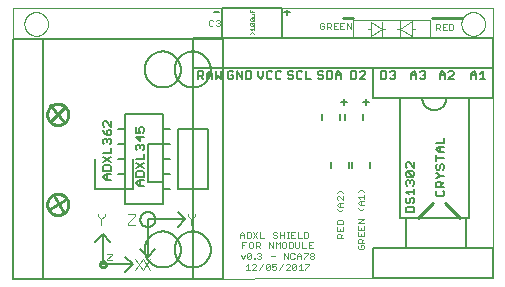
<source format=gto>
G75*
%MOIN*%
%OFA0B0*%
%FSLAX25Y25*%
%IPPOS*%
%LPD*%
%AMOC8*
5,1,8,0,0,1.08239X$1,22.5*
%
%ADD10C,0.00000*%
%ADD11C,0.00500*%
%ADD12C,0.01000*%
%ADD13C,0.00400*%
%ADD14C,0.00200*%
%ADD15C,0.00300*%
%ADD16C,0.00600*%
%ADD17C,0.00236*%
D10*
X0005000Y0010770D02*
X0005000Y0101270D01*
X0165000Y0101270D01*
X0165000Y0011270D01*
X0005000Y0010770D01*
X0008858Y0095916D02*
X0008860Y0096041D01*
X0008866Y0096166D01*
X0008876Y0096290D01*
X0008890Y0096414D01*
X0008907Y0096538D01*
X0008929Y0096661D01*
X0008955Y0096783D01*
X0008984Y0096905D01*
X0009017Y0097025D01*
X0009055Y0097144D01*
X0009095Y0097263D01*
X0009140Y0097379D01*
X0009188Y0097494D01*
X0009240Y0097608D01*
X0009296Y0097720D01*
X0009355Y0097830D01*
X0009417Y0097938D01*
X0009483Y0098045D01*
X0009552Y0098149D01*
X0009625Y0098250D01*
X0009700Y0098350D01*
X0009779Y0098447D01*
X0009861Y0098541D01*
X0009946Y0098633D01*
X0010033Y0098722D01*
X0010124Y0098808D01*
X0010217Y0098891D01*
X0010313Y0098972D01*
X0010411Y0099049D01*
X0010511Y0099123D01*
X0010614Y0099194D01*
X0010719Y0099261D01*
X0010827Y0099326D01*
X0010936Y0099386D01*
X0011047Y0099444D01*
X0011160Y0099497D01*
X0011274Y0099547D01*
X0011390Y0099594D01*
X0011507Y0099636D01*
X0011626Y0099675D01*
X0011746Y0099711D01*
X0011867Y0099742D01*
X0011989Y0099770D01*
X0012111Y0099793D01*
X0012235Y0099813D01*
X0012359Y0099829D01*
X0012483Y0099841D01*
X0012608Y0099849D01*
X0012733Y0099853D01*
X0012857Y0099853D01*
X0012982Y0099849D01*
X0013107Y0099841D01*
X0013231Y0099829D01*
X0013355Y0099813D01*
X0013479Y0099793D01*
X0013601Y0099770D01*
X0013723Y0099742D01*
X0013844Y0099711D01*
X0013964Y0099675D01*
X0014083Y0099636D01*
X0014200Y0099594D01*
X0014316Y0099547D01*
X0014430Y0099497D01*
X0014543Y0099444D01*
X0014654Y0099386D01*
X0014764Y0099326D01*
X0014871Y0099261D01*
X0014976Y0099194D01*
X0015079Y0099123D01*
X0015179Y0099049D01*
X0015277Y0098972D01*
X0015373Y0098891D01*
X0015466Y0098808D01*
X0015557Y0098722D01*
X0015644Y0098633D01*
X0015729Y0098541D01*
X0015811Y0098447D01*
X0015890Y0098350D01*
X0015965Y0098250D01*
X0016038Y0098149D01*
X0016107Y0098045D01*
X0016173Y0097938D01*
X0016235Y0097830D01*
X0016294Y0097720D01*
X0016350Y0097608D01*
X0016402Y0097494D01*
X0016450Y0097379D01*
X0016495Y0097263D01*
X0016535Y0097144D01*
X0016573Y0097025D01*
X0016606Y0096905D01*
X0016635Y0096783D01*
X0016661Y0096661D01*
X0016683Y0096538D01*
X0016700Y0096414D01*
X0016714Y0096290D01*
X0016724Y0096166D01*
X0016730Y0096041D01*
X0016732Y0095916D01*
X0016730Y0095791D01*
X0016724Y0095666D01*
X0016714Y0095542D01*
X0016700Y0095418D01*
X0016683Y0095294D01*
X0016661Y0095171D01*
X0016635Y0095049D01*
X0016606Y0094927D01*
X0016573Y0094807D01*
X0016535Y0094688D01*
X0016495Y0094569D01*
X0016450Y0094453D01*
X0016402Y0094338D01*
X0016350Y0094224D01*
X0016294Y0094112D01*
X0016235Y0094002D01*
X0016173Y0093894D01*
X0016107Y0093787D01*
X0016038Y0093683D01*
X0015965Y0093582D01*
X0015890Y0093482D01*
X0015811Y0093385D01*
X0015729Y0093291D01*
X0015644Y0093199D01*
X0015557Y0093110D01*
X0015466Y0093024D01*
X0015373Y0092941D01*
X0015277Y0092860D01*
X0015179Y0092783D01*
X0015079Y0092709D01*
X0014976Y0092638D01*
X0014871Y0092571D01*
X0014763Y0092506D01*
X0014654Y0092446D01*
X0014543Y0092388D01*
X0014430Y0092335D01*
X0014316Y0092285D01*
X0014200Y0092238D01*
X0014083Y0092196D01*
X0013964Y0092157D01*
X0013844Y0092121D01*
X0013723Y0092090D01*
X0013601Y0092062D01*
X0013479Y0092039D01*
X0013355Y0092019D01*
X0013231Y0092003D01*
X0013107Y0091991D01*
X0012982Y0091983D01*
X0012857Y0091979D01*
X0012733Y0091979D01*
X0012608Y0091983D01*
X0012483Y0091991D01*
X0012359Y0092003D01*
X0012235Y0092019D01*
X0012111Y0092039D01*
X0011989Y0092062D01*
X0011867Y0092090D01*
X0011746Y0092121D01*
X0011626Y0092157D01*
X0011507Y0092196D01*
X0011390Y0092238D01*
X0011274Y0092285D01*
X0011160Y0092335D01*
X0011047Y0092388D01*
X0010936Y0092446D01*
X0010826Y0092506D01*
X0010719Y0092571D01*
X0010614Y0092638D01*
X0010511Y0092709D01*
X0010411Y0092783D01*
X0010313Y0092860D01*
X0010217Y0092941D01*
X0010124Y0093024D01*
X0010033Y0093110D01*
X0009946Y0093199D01*
X0009861Y0093291D01*
X0009779Y0093385D01*
X0009700Y0093482D01*
X0009625Y0093582D01*
X0009552Y0093683D01*
X0009483Y0093787D01*
X0009417Y0093894D01*
X0009355Y0094002D01*
X0009296Y0094112D01*
X0009240Y0094224D01*
X0009188Y0094338D01*
X0009140Y0094453D01*
X0009095Y0094569D01*
X0009055Y0094688D01*
X0009017Y0094807D01*
X0008984Y0094927D01*
X0008955Y0095049D01*
X0008929Y0095171D01*
X0008907Y0095294D01*
X0008890Y0095418D01*
X0008876Y0095542D01*
X0008866Y0095666D01*
X0008860Y0095791D01*
X0008858Y0095916D01*
X0154528Y0095916D02*
X0154530Y0096041D01*
X0154536Y0096166D01*
X0154546Y0096290D01*
X0154560Y0096414D01*
X0154577Y0096538D01*
X0154599Y0096661D01*
X0154625Y0096783D01*
X0154654Y0096905D01*
X0154687Y0097025D01*
X0154725Y0097144D01*
X0154765Y0097263D01*
X0154810Y0097379D01*
X0154858Y0097494D01*
X0154910Y0097608D01*
X0154966Y0097720D01*
X0155025Y0097830D01*
X0155087Y0097938D01*
X0155153Y0098045D01*
X0155222Y0098149D01*
X0155295Y0098250D01*
X0155370Y0098350D01*
X0155449Y0098447D01*
X0155531Y0098541D01*
X0155616Y0098633D01*
X0155703Y0098722D01*
X0155794Y0098808D01*
X0155887Y0098891D01*
X0155983Y0098972D01*
X0156081Y0099049D01*
X0156181Y0099123D01*
X0156284Y0099194D01*
X0156389Y0099261D01*
X0156497Y0099326D01*
X0156606Y0099386D01*
X0156717Y0099444D01*
X0156830Y0099497D01*
X0156944Y0099547D01*
X0157060Y0099594D01*
X0157177Y0099636D01*
X0157296Y0099675D01*
X0157416Y0099711D01*
X0157537Y0099742D01*
X0157659Y0099770D01*
X0157781Y0099793D01*
X0157905Y0099813D01*
X0158029Y0099829D01*
X0158153Y0099841D01*
X0158278Y0099849D01*
X0158403Y0099853D01*
X0158527Y0099853D01*
X0158652Y0099849D01*
X0158777Y0099841D01*
X0158901Y0099829D01*
X0159025Y0099813D01*
X0159149Y0099793D01*
X0159271Y0099770D01*
X0159393Y0099742D01*
X0159514Y0099711D01*
X0159634Y0099675D01*
X0159753Y0099636D01*
X0159870Y0099594D01*
X0159986Y0099547D01*
X0160100Y0099497D01*
X0160213Y0099444D01*
X0160324Y0099386D01*
X0160434Y0099326D01*
X0160541Y0099261D01*
X0160646Y0099194D01*
X0160749Y0099123D01*
X0160849Y0099049D01*
X0160947Y0098972D01*
X0161043Y0098891D01*
X0161136Y0098808D01*
X0161227Y0098722D01*
X0161314Y0098633D01*
X0161399Y0098541D01*
X0161481Y0098447D01*
X0161560Y0098350D01*
X0161635Y0098250D01*
X0161708Y0098149D01*
X0161777Y0098045D01*
X0161843Y0097938D01*
X0161905Y0097830D01*
X0161964Y0097720D01*
X0162020Y0097608D01*
X0162072Y0097494D01*
X0162120Y0097379D01*
X0162165Y0097263D01*
X0162205Y0097144D01*
X0162243Y0097025D01*
X0162276Y0096905D01*
X0162305Y0096783D01*
X0162331Y0096661D01*
X0162353Y0096538D01*
X0162370Y0096414D01*
X0162384Y0096290D01*
X0162394Y0096166D01*
X0162400Y0096041D01*
X0162402Y0095916D01*
X0162400Y0095791D01*
X0162394Y0095666D01*
X0162384Y0095542D01*
X0162370Y0095418D01*
X0162353Y0095294D01*
X0162331Y0095171D01*
X0162305Y0095049D01*
X0162276Y0094927D01*
X0162243Y0094807D01*
X0162205Y0094688D01*
X0162165Y0094569D01*
X0162120Y0094453D01*
X0162072Y0094338D01*
X0162020Y0094224D01*
X0161964Y0094112D01*
X0161905Y0094002D01*
X0161843Y0093894D01*
X0161777Y0093787D01*
X0161708Y0093683D01*
X0161635Y0093582D01*
X0161560Y0093482D01*
X0161481Y0093385D01*
X0161399Y0093291D01*
X0161314Y0093199D01*
X0161227Y0093110D01*
X0161136Y0093024D01*
X0161043Y0092941D01*
X0160947Y0092860D01*
X0160849Y0092783D01*
X0160749Y0092709D01*
X0160646Y0092638D01*
X0160541Y0092571D01*
X0160433Y0092506D01*
X0160324Y0092446D01*
X0160213Y0092388D01*
X0160100Y0092335D01*
X0159986Y0092285D01*
X0159870Y0092238D01*
X0159753Y0092196D01*
X0159634Y0092157D01*
X0159514Y0092121D01*
X0159393Y0092090D01*
X0159271Y0092062D01*
X0159149Y0092039D01*
X0159025Y0092019D01*
X0158901Y0092003D01*
X0158777Y0091991D01*
X0158652Y0091983D01*
X0158527Y0091979D01*
X0158403Y0091979D01*
X0158278Y0091983D01*
X0158153Y0091991D01*
X0158029Y0092003D01*
X0157905Y0092019D01*
X0157781Y0092039D01*
X0157659Y0092062D01*
X0157537Y0092090D01*
X0157416Y0092121D01*
X0157296Y0092157D01*
X0157177Y0092196D01*
X0157060Y0092238D01*
X0156944Y0092285D01*
X0156830Y0092335D01*
X0156717Y0092388D01*
X0156606Y0092446D01*
X0156496Y0092506D01*
X0156389Y0092571D01*
X0156284Y0092638D01*
X0156181Y0092709D01*
X0156081Y0092783D01*
X0155983Y0092860D01*
X0155887Y0092941D01*
X0155794Y0093024D01*
X0155703Y0093110D01*
X0155616Y0093199D01*
X0155531Y0093291D01*
X0155449Y0093385D01*
X0155370Y0093482D01*
X0155295Y0093582D01*
X0155222Y0093683D01*
X0155153Y0093787D01*
X0155087Y0093894D01*
X0155025Y0094002D01*
X0154966Y0094112D01*
X0154910Y0094224D01*
X0154858Y0094338D01*
X0154810Y0094453D01*
X0154765Y0094569D01*
X0154725Y0094688D01*
X0154687Y0094807D01*
X0154654Y0094927D01*
X0154625Y0095049D01*
X0154599Y0095171D01*
X0154577Y0095294D01*
X0154560Y0095418D01*
X0154546Y0095542D01*
X0154536Y0095666D01*
X0154530Y0095791D01*
X0154528Y0095916D01*
D11*
X0005000Y0090770D02*
X0005000Y0010770D01*
X0065000Y0010770D01*
X0065000Y0090770D01*
X0005000Y0090770D01*
X0015000Y0090770D02*
X0075000Y0090770D01*
X0075000Y0010770D01*
X0015000Y0010770D01*
X0015000Y0090770D01*
X0042500Y0065770D02*
X0055000Y0065770D01*
X0055000Y0060770D01*
X0055000Y0055770D01*
X0055000Y0043270D01*
X0050000Y0043270D01*
X0050000Y0055770D01*
X0055000Y0055770D01*
X0057500Y0055770D01*
X0055000Y0055770D02*
X0055000Y0050770D01*
X0057500Y0050770D01*
X0055000Y0050770D02*
X0055000Y0045770D01*
X0057500Y0045770D01*
X0055000Y0045770D02*
X0055000Y0040770D01*
X0057500Y0040770D01*
X0060000Y0040770D02*
X0060000Y0060770D01*
X0070000Y0060770D01*
X0070000Y0040770D01*
X0060000Y0040770D01*
X0055000Y0040770D02*
X0055000Y0035770D01*
X0042500Y0035770D01*
X0042500Y0040770D01*
X0040000Y0040770D01*
X0042500Y0040770D02*
X0042500Y0045770D01*
X0040000Y0045770D01*
X0037750Y0045822D02*
X0035948Y0045822D01*
X0035048Y0044921D01*
X0035948Y0044020D01*
X0037750Y0044020D01*
X0036399Y0044020D02*
X0036399Y0045822D01*
X0035048Y0046967D02*
X0037750Y0046967D01*
X0037750Y0048318D01*
X0037300Y0048768D01*
X0035498Y0048768D01*
X0035048Y0048318D01*
X0035048Y0046967D01*
X0035048Y0049913D02*
X0037750Y0051715D01*
X0037750Y0052860D02*
X0037750Y0054661D01*
X0037300Y0055806D02*
X0037750Y0056257D01*
X0037750Y0057157D01*
X0037300Y0057608D01*
X0036849Y0057608D01*
X0036399Y0057157D01*
X0036399Y0056707D01*
X0036399Y0057157D02*
X0035948Y0057608D01*
X0035498Y0057608D01*
X0035048Y0057157D01*
X0035048Y0056257D01*
X0035498Y0055806D01*
X0040000Y0055770D02*
X0042500Y0055770D01*
X0042500Y0060770D01*
X0040000Y0060770D01*
X0037750Y0060104D02*
X0037300Y0060554D01*
X0036849Y0060554D01*
X0036399Y0060104D01*
X0036399Y0058753D01*
X0037300Y0058753D01*
X0037750Y0059203D01*
X0037750Y0060104D01*
X0036399Y0058753D02*
X0035498Y0059653D01*
X0035048Y0060554D01*
X0035498Y0061699D02*
X0035048Y0062150D01*
X0035048Y0063050D01*
X0035498Y0063501D01*
X0035948Y0063501D01*
X0037750Y0061699D01*
X0037750Y0063501D01*
X0042500Y0065770D02*
X0042500Y0060770D01*
X0046048Y0061501D02*
X0046048Y0059699D01*
X0047399Y0059699D01*
X0046948Y0060600D01*
X0046948Y0061050D01*
X0047399Y0061501D01*
X0048300Y0061501D01*
X0048750Y0061050D01*
X0048750Y0060150D01*
X0048300Y0059699D01*
X0047399Y0058554D02*
X0047399Y0056753D01*
X0046048Y0058104D01*
X0048750Y0058104D01*
X0048300Y0055608D02*
X0048750Y0055157D01*
X0048750Y0054257D01*
X0048300Y0053806D01*
X0048750Y0052661D02*
X0048750Y0050860D01*
X0046048Y0050860D01*
X0045000Y0050770D02*
X0045000Y0040770D01*
X0032500Y0040770D01*
X0032500Y0050770D01*
X0035048Y0051715D02*
X0037750Y0049913D01*
X0040000Y0050770D02*
X0042500Y0050770D01*
X0042500Y0055770D01*
X0046048Y0055157D02*
X0046048Y0054257D01*
X0046498Y0053806D01*
X0047399Y0054707D02*
X0047399Y0055157D01*
X0047849Y0055608D01*
X0048300Y0055608D01*
X0047399Y0055157D02*
X0046948Y0055608D01*
X0046498Y0055608D01*
X0046048Y0055157D01*
X0042500Y0050770D02*
X0042500Y0045770D01*
X0046048Y0046318D02*
X0046048Y0044967D01*
X0048750Y0044967D01*
X0048750Y0046318D01*
X0048300Y0046768D01*
X0046498Y0046768D01*
X0046048Y0046318D01*
X0046048Y0047913D02*
X0048750Y0049715D01*
X0048750Y0047913D02*
X0046048Y0049715D01*
X0037750Y0052860D02*
X0035048Y0052860D01*
X0046048Y0042921D02*
X0046948Y0043822D01*
X0048750Y0043822D01*
X0047399Y0043822D02*
X0047399Y0042020D01*
X0046948Y0042020D02*
X0046048Y0042921D01*
X0046948Y0042020D02*
X0048750Y0042020D01*
X0060000Y0033270D02*
X0062500Y0030770D01*
X0060000Y0028270D01*
X0062500Y0030770D02*
X0050000Y0030770D01*
X0047500Y0030770D02*
X0047502Y0030869D01*
X0047508Y0030969D01*
X0047518Y0031068D01*
X0047532Y0031166D01*
X0047549Y0031264D01*
X0047571Y0031361D01*
X0047596Y0031457D01*
X0047625Y0031552D01*
X0047658Y0031646D01*
X0047695Y0031738D01*
X0047735Y0031829D01*
X0047779Y0031918D01*
X0047827Y0032006D01*
X0047878Y0032091D01*
X0047932Y0032174D01*
X0047989Y0032256D01*
X0048050Y0032334D01*
X0048114Y0032411D01*
X0048180Y0032484D01*
X0048250Y0032555D01*
X0048322Y0032623D01*
X0048397Y0032689D01*
X0048475Y0032751D01*
X0048555Y0032810D01*
X0048637Y0032866D01*
X0048721Y0032918D01*
X0048808Y0032967D01*
X0048896Y0033013D01*
X0048986Y0033055D01*
X0049078Y0033094D01*
X0049171Y0033129D01*
X0049265Y0033160D01*
X0049361Y0033187D01*
X0049458Y0033210D01*
X0049555Y0033230D01*
X0049653Y0033246D01*
X0049752Y0033258D01*
X0049851Y0033266D01*
X0049950Y0033270D01*
X0050050Y0033270D01*
X0050149Y0033266D01*
X0050248Y0033258D01*
X0050347Y0033246D01*
X0050445Y0033230D01*
X0050542Y0033210D01*
X0050639Y0033187D01*
X0050735Y0033160D01*
X0050829Y0033129D01*
X0050922Y0033094D01*
X0051014Y0033055D01*
X0051104Y0033013D01*
X0051192Y0032967D01*
X0051279Y0032918D01*
X0051363Y0032866D01*
X0051445Y0032810D01*
X0051525Y0032751D01*
X0051603Y0032689D01*
X0051678Y0032623D01*
X0051750Y0032555D01*
X0051820Y0032484D01*
X0051886Y0032411D01*
X0051950Y0032334D01*
X0052011Y0032256D01*
X0052068Y0032174D01*
X0052122Y0032091D01*
X0052173Y0032006D01*
X0052221Y0031918D01*
X0052265Y0031829D01*
X0052305Y0031738D01*
X0052342Y0031646D01*
X0052375Y0031552D01*
X0052404Y0031457D01*
X0052429Y0031361D01*
X0052451Y0031264D01*
X0052468Y0031166D01*
X0052482Y0031068D01*
X0052492Y0030969D01*
X0052498Y0030869D01*
X0052500Y0030770D01*
X0052498Y0030671D01*
X0052492Y0030571D01*
X0052482Y0030472D01*
X0052468Y0030374D01*
X0052451Y0030276D01*
X0052429Y0030179D01*
X0052404Y0030083D01*
X0052375Y0029988D01*
X0052342Y0029894D01*
X0052305Y0029802D01*
X0052265Y0029711D01*
X0052221Y0029622D01*
X0052173Y0029534D01*
X0052122Y0029449D01*
X0052068Y0029366D01*
X0052011Y0029284D01*
X0051950Y0029206D01*
X0051886Y0029129D01*
X0051820Y0029056D01*
X0051750Y0028985D01*
X0051678Y0028917D01*
X0051603Y0028851D01*
X0051525Y0028789D01*
X0051445Y0028730D01*
X0051363Y0028674D01*
X0051279Y0028622D01*
X0051192Y0028573D01*
X0051104Y0028527D01*
X0051014Y0028485D01*
X0050922Y0028446D01*
X0050829Y0028411D01*
X0050735Y0028380D01*
X0050639Y0028353D01*
X0050542Y0028330D01*
X0050445Y0028310D01*
X0050347Y0028294D01*
X0050248Y0028282D01*
X0050149Y0028274D01*
X0050050Y0028270D01*
X0049950Y0028270D01*
X0049851Y0028274D01*
X0049752Y0028282D01*
X0049653Y0028294D01*
X0049555Y0028310D01*
X0049458Y0028330D01*
X0049361Y0028353D01*
X0049265Y0028380D01*
X0049171Y0028411D01*
X0049078Y0028446D01*
X0048986Y0028485D01*
X0048896Y0028527D01*
X0048808Y0028573D01*
X0048721Y0028622D01*
X0048637Y0028674D01*
X0048555Y0028730D01*
X0048475Y0028789D01*
X0048397Y0028851D01*
X0048322Y0028917D01*
X0048250Y0028985D01*
X0048180Y0029056D01*
X0048114Y0029129D01*
X0048050Y0029206D01*
X0047989Y0029284D01*
X0047932Y0029366D01*
X0047878Y0029449D01*
X0047827Y0029534D01*
X0047779Y0029622D01*
X0047735Y0029711D01*
X0047695Y0029802D01*
X0047658Y0029894D01*
X0047625Y0029988D01*
X0047596Y0030083D01*
X0047571Y0030179D01*
X0047549Y0030276D01*
X0047532Y0030374D01*
X0047518Y0030472D01*
X0047508Y0030571D01*
X0047502Y0030671D01*
X0047500Y0030770D01*
X0050000Y0030770D02*
X0050000Y0018270D01*
X0052500Y0020770D01*
X0049000Y0020770D02*
X0049002Y0020924D01*
X0049008Y0021079D01*
X0049018Y0021233D01*
X0049032Y0021387D01*
X0049050Y0021540D01*
X0049071Y0021693D01*
X0049097Y0021846D01*
X0049127Y0021997D01*
X0049160Y0022148D01*
X0049198Y0022298D01*
X0049239Y0022447D01*
X0049284Y0022595D01*
X0049333Y0022741D01*
X0049386Y0022887D01*
X0049442Y0023030D01*
X0049502Y0023173D01*
X0049566Y0023313D01*
X0049633Y0023453D01*
X0049704Y0023590D01*
X0049778Y0023725D01*
X0049856Y0023859D01*
X0049937Y0023990D01*
X0050022Y0024119D01*
X0050110Y0024247D01*
X0050201Y0024371D01*
X0050295Y0024494D01*
X0050393Y0024614D01*
X0050493Y0024731D01*
X0050597Y0024846D01*
X0050703Y0024958D01*
X0050812Y0025067D01*
X0050924Y0025173D01*
X0051039Y0025277D01*
X0051156Y0025377D01*
X0051276Y0025475D01*
X0051399Y0025569D01*
X0051523Y0025660D01*
X0051651Y0025748D01*
X0051780Y0025833D01*
X0051911Y0025914D01*
X0052045Y0025992D01*
X0052180Y0026066D01*
X0052317Y0026137D01*
X0052457Y0026204D01*
X0052597Y0026268D01*
X0052740Y0026328D01*
X0052883Y0026384D01*
X0053029Y0026437D01*
X0053175Y0026486D01*
X0053323Y0026531D01*
X0053472Y0026572D01*
X0053622Y0026610D01*
X0053773Y0026643D01*
X0053924Y0026673D01*
X0054077Y0026699D01*
X0054230Y0026720D01*
X0054383Y0026738D01*
X0054537Y0026752D01*
X0054691Y0026762D01*
X0054846Y0026768D01*
X0055000Y0026770D01*
X0055154Y0026768D01*
X0055309Y0026762D01*
X0055463Y0026752D01*
X0055617Y0026738D01*
X0055770Y0026720D01*
X0055923Y0026699D01*
X0056076Y0026673D01*
X0056227Y0026643D01*
X0056378Y0026610D01*
X0056528Y0026572D01*
X0056677Y0026531D01*
X0056825Y0026486D01*
X0056971Y0026437D01*
X0057117Y0026384D01*
X0057260Y0026328D01*
X0057403Y0026268D01*
X0057543Y0026204D01*
X0057683Y0026137D01*
X0057820Y0026066D01*
X0057955Y0025992D01*
X0058089Y0025914D01*
X0058220Y0025833D01*
X0058349Y0025748D01*
X0058477Y0025660D01*
X0058601Y0025569D01*
X0058724Y0025475D01*
X0058844Y0025377D01*
X0058961Y0025277D01*
X0059076Y0025173D01*
X0059188Y0025067D01*
X0059297Y0024958D01*
X0059403Y0024846D01*
X0059507Y0024731D01*
X0059607Y0024614D01*
X0059705Y0024494D01*
X0059799Y0024371D01*
X0059890Y0024247D01*
X0059978Y0024119D01*
X0060063Y0023990D01*
X0060144Y0023859D01*
X0060222Y0023725D01*
X0060296Y0023590D01*
X0060367Y0023453D01*
X0060434Y0023313D01*
X0060498Y0023173D01*
X0060558Y0023030D01*
X0060614Y0022887D01*
X0060667Y0022741D01*
X0060716Y0022595D01*
X0060761Y0022447D01*
X0060802Y0022298D01*
X0060840Y0022148D01*
X0060873Y0021997D01*
X0060903Y0021846D01*
X0060929Y0021693D01*
X0060950Y0021540D01*
X0060968Y0021387D01*
X0060982Y0021233D01*
X0060992Y0021079D01*
X0060998Y0020924D01*
X0061000Y0020770D01*
X0060998Y0020616D01*
X0060992Y0020461D01*
X0060982Y0020307D01*
X0060968Y0020153D01*
X0060950Y0020000D01*
X0060929Y0019847D01*
X0060903Y0019694D01*
X0060873Y0019543D01*
X0060840Y0019392D01*
X0060802Y0019242D01*
X0060761Y0019093D01*
X0060716Y0018945D01*
X0060667Y0018799D01*
X0060614Y0018653D01*
X0060558Y0018510D01*
X0060498Y0018367D01*
X0060434Y0018227D01*
X0060367Y0018087D01*
X0060296Y0017950D01*
X0060222Y0017815D01*
X0060144Y0017681D01*
X0060063Y0017550D01*
X0059978Y0017421D01*
X0059890Y0017293D01*
X0059799Y0017169D01*
X0059705Y0017046D01*
X0059607Y0016926D01*
X0059507Y0016809D01*
X0059403Y0016694D01*
X0059297Y0016582D01*
X0059188Y0016473D01*
X0059076Y0016367D01*
X0058961Y0016263D01*
X0058844Y0016163D01*
X0058724Y0016065D01*
X0058601Y0015971D01*
X0058477Y0015880D01*
X0058349Y0015792D01*
X0058220Y0015707D01*
X0058089Y0015626D01*
X0057955Y0015548D01*
X0057820Y0015474D01*
X0057683Y0015403D01*
X0057543Y0015336D01*
X0057403Y0015272D01*
X0057260Y0015212D01*
X0057117Y0015156D01*
X0056971Y0015103D01*
X0056825Y0015054D01*
X0056677Y0015009D01*
X0056528Y0014968D01*
X0056378Y0014930D01*
X0056227Y0014897D01*
X0056076Y0014867D01*
X0055923Y0014841D01*
X0055770Y0014820D01*
X0055617Y0014802D01*
X0055463Y0014788D01*
X0055309Y0014778D01*
X0055154Y0014772D01*
X0055000Y0014770D01*
X0054846Y0014772D01*
X0054691Y0014778D01*
X0054537Y0014788D01*
X0054383Y0014802D01*
X0054230Y0014820D01*
X0054077Y0014841D01*
X0053924Y0014867D01*
X0053773Y0014897D01*
X0053622Y0014930D01*
X0053472Y0014968D01*
X0053323Y0015009D01*
X0053175Y0015054D01*
X0053029Y0015103D01*
X0052883Y0015156D01*
X0052740Y0015212D01*
X0052597Y0015272D01*
X0052457Y0015336D01*
X0052317Y0015403D01*
X0052180Y0015474D01*
X0052045Y0015548D01*
X0051911Y0015626D01*
X0051780Y0015707D01*
X0051651Y0015792D01*
X0051523Y0015880D01*
X0051399Y0015971D01*
X0051276Y0016065D01*
X0051156Y0016163D01*
X0051039Y0016263D01*
X0050924Y0016367D01*
X0050812Y0016473D01*
X0050703Y0016582D01*
X0050597Y0016694D01*
X0050493Y0016809D01*
X0050393Y0016926D01*
X0050295Y0017046D01*
X0050201Y0017169D01*
X0050110Y0017293D01*
X0050022Y0017421D01*
X0049937Y0017550D01*
X0049856Y0017681D01*
X0049778Y0017815D01*
X0049704Y0017950D01*
X0049633Y0018087D01*
X0049566Y0018227D01*
X0049502Y0018367D01*
X0049442Y0018510D01*
X0049386Y0018653D01*
X0049333Y0018799D01*
X0049284Y0018945D01*
X0049239Y0019093D01*
X0049198Y0019242D01*
X0049160Y0019392D01*
X0049127Y0019543D01*
X0049097Y0019694D01*
X0049071Y0019847D01*
X0049050Y0020000D01*
X0049032Y0020153D01*
X0049018Y0020307D01*
X0049008Y0020461D01*
X0049002Y0020616D01*
X0049000Y0020770D01*
X0047500Y0020770D02*
X0050000Y0018270D01*
X0045000Y0015770D02*
X0042500Y0013270D01*
X0045000Y0015770D02*
X0042500Y0018270D01*
X0045000Y0015770D02*
X0035000Y0015770D01*
X0035000Y0025770D01*
X0037500Y0023270D01*
X0035000Y0025770D02*
X0032500Y0023270D01*
X0059000Y0020770D02*
X0059002Y0020924D01*
X0059008Y0021079D01*
X0059018Y0021233D01*
X0059032Y0021387D01*
X0059050Y0021540D01*
X0059071Y0021693D01*
X0059097Y0021846D01*
X0059127Y0021997D01*
X0059160Y0022148D01*
X0059198Y0022298D01*
X0059239Y0022447D01*
X0059284Y0022595D01*
X0059333Y0022741D01*
X0059386Y0022887D01*
X0059442Y0023030D01*
X0059502Y0023173D01*
X0059566Y0023313D01*
X0059633Y0023453D01*
X0059704Y0023590D01*
X0059778Y0023725D01*
X0059856Y0023859D01*
X0059937Y0023990D01*
X0060022Y0024119D01*
X0060110Y0024247D01*
X0060201Y0024371D01*
X0060295Y0024494D01*
X0060393Y0024614D01*
X0060493Y0024731D01*
X0060597Y0024846D01*
X0060703Y0024958D01*
X0060812Y0025067D01*
X0060924Y0025173D01*
X0061039Y0025277D01*
X0061156Y0025377D01*
X0061276Y0025475D01*
X0061399Y0025569D01*
X0061523Y0025660D01*
X0061651Y0025748D01*
X0061780Y0025833D01*
X0061911Y0025914D01*
X0062045Y0025992D01*
X0062180Y0026066D01*
X0062317Y0026137D01*
X0062457Y0026204D01*
X0062597Y0026268D01*
X0062740Y0026328D01*
X0062883Y0026384D01*
X0063029Y0026437D01*
X0063175Y0026486D01*
X0063323Y0026531D01*
X0063472Y0026572D01*
X0063622Y0026610D01*
X0063773Y0026643D01*
X0063924Y0026673D01*
X0064077Y0026699D01*
X0064230Y0026720D01*
X0064383Y0026738D01*
X0064537Y0026752D01*
X0064691Y0026762D01*
X0064846Y0026768D01*
X0065000Y0026770D01*
X0065154Y0026768D01*
X0065309Y0026762D01*
X0065463Y0026752D01*
X0065617Y0026738D01*
X0065770Y0026720D01*
X0065923Y0026699D01*
X0066076Y0026673D01*
X0066227Y0026643D01*
X0066378Y0026610D01*
X0066528Y0026572D01*
X0066677Y0026531D01*
X0066825Y0026486D01*
X0066971Y0026437D01*
X0067117Y0026384D01*
X0067260Y0026328D01*
X0067403Y0026268D01*
X0067543Y0026204D01*
X0067683Y0026137D01*
X0067820Y0026066D01*
X0067955Y0025992D01*
X0068089Y0025914D01*
X0068220Y0025833D01*
X0068349Y0025748D01*
X0068477Y0025660D01*
X0068601Y0025569D01*
X0068724Y0025475D01*
X0068844Y0025377D01*
X0068961Y0025277D01*
X0069076Y0025173D01*
X0069188Y0025067D01*
X0069297Y0024958D01*
X0069403Y0024846D01*
X0069507Y0024731D01*
X0069607Y0024614D01*
X0069705Y0024494D01*
X0069799Y0024371D01*
X0069890Y0024247D01*
X0069978Y0024119D01*
X0070063Y0023990D01*
X0070144Y0023859D01*
X0070222Y0023725D01*
X0070296Y0023590D01*
X0070367Y0023453D01*
X0070434Y0023313D01*
X0070498Y0023173D01*
X0070558Y0023030D01*
X0070614Y0022887D01*
X0070667Y0022741D01*
X0070716Y0022595D01*
X0070761Y0022447D01*
X0070802Y0022298D01*
X0070840Y0022148D01*
X0070873Y0021997D01*
X0070903Y0021846D01*
X0070929Y0021693D01*
X0070950Y0021540D01*
X0070968Y0021387D01*
X0070982Y0021233D01*
X0070992Y0021079D01*
X0070998Y0020924D01*
X0071000Y0020770D01*
X0070998Y0020616D01*
X0070992Y0020461D01*
X0070982Y0020307D01*
X0070968Y0020153D01*
X0070950Y0020000D01*
X0070929Y0019847D01*
X0070903Y0019694D01*
X0070873Y0019543D01*
X0070840Y0019392D01*
X0070802Y0019242D01*
X0070761Y0019093D01*
X0070716Y0018945D01*
X0070667Y0018799D01*
X0070614Y0018653D01*
X0070558Y0018510D01*
X0070498Y0018367D01*
X0070434Y0018227D01*
X0070367Y0018087D01*
X0070296Y0017950D01*
X0070222Y0017815D01*
X0070144Y0017681D01*
X0070063Y0017550D01*
X0069978Y0017421D01*
X0069890Y0017293D01*
X0069799Y0017169D01*
X0069705Y0017046D01*
X0069607Y0016926D01*
X0069507Y0016809D01*
X0069403Y0016694D01*
X0069297Y0016582D01*
X0069188Y0016473D01*
X0069076Y0016367D01*
X0068961Y0016263D01*
X0068844Y0016163D01*
X0068724Y0016065D01*
X0068601Y0015971D01*
X0068477Y0015880D01*
X0068349Y0015792D01*
X0068220Y0015707D01*
X0068089Y0015626D01*
X0067955Y0015548D01*
X0067820Y0015474D01*
X0067683Y0015403D01*
X0067543Y0015336D01*
X0067403Y0015272D01*
X0067260Y0015212D01*
X0067117Y0015156D01*
X0066971Y0015103D01*
X0066825Y0015054D01*
X0066677Y0015009D01*
X0066528Y0014968D01*
X0066378Y0014930D01*
X0066227Y0014897D01*
X0066076Y0014867D01*
X0065923Y0014841D01*
X0065770Y0014820D01*
X0065617Y0014802D01*
X0065463Y0014788D01*
X0065309Y0014778D01*
X0065154Y0014772D01*
X0065000Y0014770D01*
X0064846Y0014772D01*
X0064691Y0014778D01*
X0064537Y0014788D01*
X0064383Y0014802D01*
X0064230Y0014820D01*
X0064077Y0014841D01*
X0063924Y0014867D01*
X0063773Y0014897D01*
X0063622Y0014930D01*
X0063472Y0014968D01*
X0063323Y0015009D01*
X0063175Y0015054D01*
X0063029Y0015103D01*
X0062883Y0015156D01*
X0062740Y0015212D01*
X0062597Y0015272D01*
X0062457Y0015336D01*
X0062317Y0015403D01*
X0062180Y0015474D01*
X0062045Y0015548D01*
X0061911Y0015626D01*
X0061780Y0015707D01*
X0061651Y0015792D01*
X0061523Y0015880D01*
X0061399Y0015971D01*
X0061276Y0016065D01*
X0061156Y0016163D01*
X0061039Y0016263D01*
X0060924Y0016367D01*
X0060812Y0016473D01*
X0060703Y0016582D01*
X0060597Y0016694D01*
X0060493Y0016809D01*
X0060393Y0016926D01*
X0060295Y0017046D01*
X0060201Y0017169D01*
X0060110Y0017293D01*
X0060022Y0017421D01*
X0059937Y0017550D01*
X0059856Y0017681D01*
X0059778Y0017815D01*
X0059704Y0017950D01*
X0059633Y0018087D01*
X0059566Y0018227D01*
X0059502Y0018367D01*
X0059442Y0018510D01*
X0059386Y0018653D01*
X0059333Y0018799D01*
X0059284Y0018945D01*
X0059239Y0019093D01*
X0059198Y0019242D01*
X0059160Y0019392D01*
X0059127Y0019543D01*
X0059097Y0019694D01*
X0059071Y0019847D01*
X0059050Y0020000D01*
X0059032Y0020153D01*
X0059018Y0020307D01*
X0059008Y0020461D01*
X0059002Y0020616D01*
X0059000Y0020770D01*
X0110976Y0048065D02*
X0110976Y0050065D01*
X0116976Y0050065D02*
X0116976Y0048065D01*
X0118063Y0048065D02*
X0118063Y0050065D01*
X0124063Y0050065D02*
X0124063Y0048065D01*
X0136074Y0048394D02*
X0136525Y0047944D01*
X0136074Y0048394D02*
X0136074Y0049295D01*
X0136525Y0049745D01*
X0136975Y0049745D01*
X0138777Y0047944D01*
X0138777Y0049745D01*
X0138326Y0046799D02*
X0136525Y0046799D01*
X0138326Y0044997D01*
X0138777Y0045448D01*
X0138777Y0046348D01*
X0138326Y0046799D01*
X0136525Y0046799D02*
X0136074Y0046348D01*
X0136074Y0045448D01*
X0136525Y0044997D01*
X0138326Y0044997D01*
X0138326Y0043852D02*
X0138777Y0043402D01*
X0138777Y0042501D01*
X0138326Y0042051D01*
X0138777Y0040906D02*
X0138777Y0039104D01*
X0138777Y0040005D02*
X0136074Y0040005D01*
X0136975Y0039104D01*
X0136525Y0037959D02*
X0136074Y0037509D01*
X0136074Y0036608D01*
X0136525Y0036158D01*
X0136975Y0036158D01*
X0137426Y0036608D01*
X0137426Y0037509D01*
X0137876Y0037959D01*
X0138326Y0037959D01*
X0138777Y0037509D01*
X0138777Y0036608D01*
X0138326Y0036158D01*
X0138326Y0035013D02*
X0136525Y0035013D01*
X0136074Y0034562D01*
X0136074Y0033211D01*
X0138777Y0033211D01*
X0138777Y0034562D01*
X0138326Y0035013D01*
X0136000Y0031270D02*
X0156000Y0031270D01*
X0156000Y0021270D01*
X0136000Y0021270D01*
X0136000Y0031270D01*
X0146048Y0038970D02*
X0146498Y0038520D01*
X0148300Y0038520D01*
X0148750Y0038970D01*
X0148750Y0039871D01*
X0148300Y0040322D01*
X0148750Y0041467D02*
X0146048Y0041467D01*
X0146048Y0042818D01*
X0146498Y0043268D01*
X0147399Y0043268D01*
X0147849Y0042818D01*
X0147849Y0041467D01*
X0147849Y0042367D02*
X0148750Y0043268D01*
X0147399Y0045314D02*
X0146498Y0044413D01*
X0146048Y0044413D01*
X0147399Y0045314D02*
X0148750Y0045314D01*
X0147399Y0045314D02*
X0146498Y0046215D01*
X0146048Y0046215D01*
X0146498Y0047360D02*
X0146048Y0047810D01*
X0146048Y0048711D01*
X0146498Y0049161D01*
X0147399Y0048711D02*
X0147849Y0049161D01*
X0148300Y0049161D01*
X0148750Y0048711D01*
X0148750Y0047810D01*
X0148300Y0047360D01*
X0147399Y0047810D02*
X0147399Y0048711D01*
X0147399Y0047810D02*
X0146948Y0047360D01*
X0146498Y0047360D01*
X0146048Y0050306D02*
X0146048Y0052108D01*
X0146048Y0051207D02*
X0148750Y0051207D01*
X0148750Y0053253D02*
X0146948Y0053253D01*
X0146048Y0054153D01*
X0146948Y0055054D01*
X0148750Y0055054D01*
X0148750Y0056199D02*
X0148750Y0058001D01*
X0148750Y0056199D02*
X0146048Y0056199D01*
X0147399Y0055054D02*
X0147399Y0053253D01*
X0138326Y0043852D02*
X0137876Y0043852D01*
X0137426Y0043402D01*
X0137426Y0042951D01*
X0137426Y0043402D02*
X0136975Y0043852D01*
X0136525Y0043852D01*
X0136074Y0043402D01*
X0136074Y0042501D01*
X0136525Y0042051D01*
X0146048Y0039871D02*
X0146048Y0038970D01*
X0146048Y0039871D02*
X0146498Y0040322D01*
X0165000Y0021270D02*
X0125000Y0021270D01*
X0125000Y0011270D01*
X0165000Y0011270D01*
X0165000Y0021270D01*
X0121701Y0063813D02*
X0121701Y0065813D01*
X0122901Y0068813D02*
X0122901Y0070813D01*
X0123901Y0069813D02*
X0121901Y0069813D01*
X0125000Y0071270D02*
X0125000Y0081270D01*
X0165000Y0081270D01*
X0165000Y0071270D01*
X0125000Y0071270D01*
X0116420Y0069813D02*
X0114420Y0069813D01*
X0115420Y0070813D02*
X0115420Y0068813D01*
X0115701Y0065813D02*
X0115701Y0063813D01*
X0114220Y0063813D02*
X0114220Y0065813D01*
X0108220Y0065813D02*
X0108220Y0063813D01*
X0108101Y0077520D02*
X0107200Y0077520D01*
X0106750Y0077970D01*
X0107200Y0078871D02*
X0108101Y0078871D01*
X0108552Y0078421D01*
X0108552Y0077970D01*
X0108101Y0077520D01*
X0109697Y0077520D02*
X0111048Y0077520D01*
X0111498Y0077970D01*
X0111498Y0079772D01*
X0111048Y0080222D01*
X0109697Y0080222D01*
X0109697Y0077520D01*
X0108552Y0079772D02*
X0108101Y0080222D01*
X0107200Y0080222D01*
X0106750Y0079772D01*
X0106750Y0079322D01*
X0107200Y0078871D01*
X0104445Y0077520D02*
X0102643Y0077520D01*
X0102643Y0080222D01*
X0101498Y0079772D02*
X0101048Y0080222D01*
X0100147Y0080222D01*
X0099697Y0079772D01*
X0099697Y0077970D01*
X0100147Y0077520D01*
X0101048Y0077520D01*
X0101498Y0077970D01*
X0098552Y0077970D02*
X0098101Y0077520D01*
X0097200Y0077520D01*
X0096750Y0077970D01*
X0097200Y0078871D02*
X0098101Y0078871D01*
X0098552Y0078421D01*
X0098552Y0077970D01*
X0097200Y0078871D02*
X0096750Y0079322D01*
X0096750Y0079772D01*
X0097200Y0080222D01*
X0098101Y0080222D01*
X0098552Y0079772D01*
X0094445Y0079772D02*
X0093994Y0080222D01*
X0093093Y0080222D01*
X0092643Y0079772D01*
X0092643Y0077970D01*
X0093093Y0077520D01*
X0093994Y0077520D01*
X0094445Y0077970D01*
X0091498Y0077970D02*
X0091048Y0077520D01*
X0090147Y0077520D01*
X0089697Y0077970D01*
X0089697Y0079772D01*
X0090147Y0080222D01*
X0091048Y0080222D01*
X0091498Y0079772D01*
X0088552Y0080222D02*
X0088552Y0078421D01*
X0087651Y0077520D01*
X0086750Y0078421D01*
X0086750Y0080222D01*
X0084445Y0079772D02*
X0083994Y0080222D01*
X0082643Y0080222D01*
X0082643Y0077520D01*
X0083994Y0077520D01*
X0084445Y0077970D01*
X0084445Y0079772D01*
X0081498Y0080222D02*
X0081498Y0077520D01*
X0079697Y0080222D01*
X0079697Y0077520D01*
X0078552Y0077970D02*
X0078552Y0078871D01*
X0077651Y0078871D01*
X0078552Y0077970D02*
X0078101Y0077520D01*
X0077200Y0077520D01*
X0076750Y0077970D01*
X0076750Y0079772D01*
X0077200Y0080222D01*
X0078101Y0080222D01*
X0078552Y0079772D01*
X0074445Y0080222D02*
X0074445Y0077520D01*
X0073544Y0078421D01*
X0072643Y0077520D01*
X0072643Y0080222D01*
X0071498Y0079322D02*
X0071498Y0077520D01*
X0071498Y0078871D02*
X0069697Y0078871D01*
X0069697Y0079322D02*
X0070597Y0080222D01*
X0071498Y0079322D01*
X0069697Y0079322D02*
X0069697Y0077520D01*
X0068552Y0077520D02*
X0067651Y0078421D01*
X0068101Y0078421D02*
X0066750Y0078421D01*
X0066750Y0077520D02*
X0066750Y0080222D01*
X0068101Y0080222D01*
X0068552Y0079772D01*
X0068552Y0078871D01*
X0068101Y0078421D01*
X0059000Y0080770D02*
X0059002Y0080924D01*
X0059008Y0081079D01*
X0059018Y0081233D01*
X0059032Y0081387D01*
X0059050Y0081540D01*
X0059071Y0081693D01*
X0059097Y0081846D01*
X0059127Y0081997D01*
X0059160Y0082148D01*
X0059198Y0082298D01*
X0059239Y0082447D01*
X0059284Y0082595D01*
X0059333Y0082741D01*
X0059386Y0082887D01*
X0059442Y0083030D01*
X0059502Y0083173D01*
X0059566Y0083313D01*
X0059633Y0083453D01*
X0059704Y0083590D01*
X0059778Y0083725D01*
X0059856Y0083859D01*
X0059937Y0083990D01*
X0060022Y0084119D01*
X0060110Y0084247D01*
X0060201Y0084371D01*
X0060295Y0084494D01*
X0060393Y0084614D01*
X0060493Y0084731D01*
X0060597Y0084846D01*
X0060703Y0084958D01*
X0060812Y0085067D01*
X0060924Y0085173D01*
X0061039Y0085277D01*
X0061156Y0085377D01*
X0061276Y0085475D01*
X0061399Y0085569D01*
X0061523Y0085660D01*
X0061651Y0085748D01*
X0061780Y0085833D01*
X0061911Y0085914D01*
X0062045Y0085992D01*
X0062180Y0086066D01*
X0062317Y0086137D01*
X0062457Y0086204D01*
X0062597Y0086268D01*
X0062740Y0086328D01*
X0062883Y0086384D01*
X0063029Y0086437D01*
X0063175Y0086486D01*
X0063323Y0086531D01*
X0063472Y0086572D01*
X0063622Y0086610D01*
X0063773Y0086643D01*
X0063924Y0086673D01*
X0064077Y0086699D01*
X0064230Y0086720D01*
X0064383Y0086738D01*
X0064537Y0086752D01*
X0064691Y0086762D01*
X0064846Y0086768D01*
X0065000Y0086770D01*
X0065154Y0086768D01*
X0065309Y0086762D01*
X0065463Y0086752D01*
X0065617Y0086738D01*
X0065770Y0086720D01*
X0065923Y0086699D01*
X0066076Y0086673D01*
X0066227Y0086643D01*
X0066378Y0086610D01*
X0066528Y0086572D01*
X0066677Y0086531D01*
X0066825Y0086486D01*
X0066971Y0086437D01*
X0067117Y0086384D01*
X0067260Y0086328D01*
X0067403Y0086268D01*
X0067543Y0086204D01*
X0067683Y0086137D01*
X0067820Y0086066D01*
X0067955Y0085992D01*
X0068089Y0085914D01*
X0068220Y0085833D01*
X0068349Y0085748D01*
X0068477Y0085660D01*
X0068601Y0085569D01*
X0068724Y0085475D01*
X0068844Y0085377D01*
X0068961Y0085277D01*
X0069076Y0085173D01*
X0069188Y0085067D01*
X0069297Y0084958D01*
X0069403Y0084846D01*
X0069507Y0084731D01*
X0069607Y0084614D01*
X0069705Y0084494D01*
X0069799Y0084371D01*
X0069890Y0084247D01*
X0069978Y0084119D01*
X0070063Y0083990D01*
X0070144Y0083859D01*
X0070222Y0083725D01*
X0070296Y0083590D01*
X0070367Y0083453D01*
X0070434Y0083313D01*
X0070498Y0083173D01*
X0070558Y0083030D01*
X0070614Y0082887D01*
X0070667Y0082741D01*
X0070716Y0082595D01*
X0070761Y0082447D01*
X0070802Y0082298D01*
X0070840Y0082148D01*
X0070873Y0081997D01*
X0070903Y0081846D01*
X0070929Y0081693D01*
X0070950Y0081540D01*
X0070968Y0081387D01*
X0070982Y0081233D01*
X0070992Y0081079D01*
X0070998Y0080924D01*
X0071000Y0080770D01*
X0070998Y0080616D01*
X0070992Y0080461D01*
X0070982Y0080307D01*
X0070968Y0080153D01*
X0070950Y0080000D01*
X0070929Y0079847D01*
X0070903Y0079694D01*
X0070873Y0079543D01*
X0070840Y0079392D01*
X0070802Y0079242D01*
X0070761Y0079093D01*
X0070716Y0078945D01*
X0070667Y0078799D01*
X0070614Y0078653D01*
X0070558Y0078510D01*
X0070498Y0078367D01*
X0070434Y0078227D01*
X0070367Y0078087D01*
X0070296Y0077950D01*
X0070222Y0077815D01*
X0070144Y0077681D01*
X0070063Y0077550D01*
X0069978Y0077421D01*
X0069890Y0077293D01*
X0069799Y0077169D01*
X0069705Y0077046D01*
X0069607Y0076926D01*
X0069507Y0076809D01*
X0069403Y0076694D01*
X0069297Y0076582D01*
X0069188Y0076473D01*
X0069076Y0076367D01*
X0068961Y0076263D01*
X0068844Y0076163D01*
X0068724Y0076065D01*
X0068601Y0075971D01*
X0068477Y0075880D01*
X0068349Y0075792D01*
X0068220Y0075707D01*
X0068089Y0075626D01*
X0067955Y0075548D01*
X0067820Y0075474D01*
X0067683Y0075403D01*
X0067543Y0075336D01*
X0067403Y0075272D01*
X0067260Y0075212D01*
X0067117Y0075156D01*
X0066971Y0075103D01*
X0066825Y0075054D01*
X0066677Y0075009D01*
X0066528Y0074968D01*
X0066378Y0074930D01*
X0066227Y0074897D01*
X0066076Y0074867D01*
X0065923Y0074841D01*
X0065770Y0074820D01*
X0065617Y0074802D01*
X0065463Y0074788D01*
X0065309Y0074778D01*
X0065154Y0074772D01*
X0065000Y0074770D01*
X0064846Y0074772D01*
X0064691Y0074778D01*
X0064537Y0074788D01*
X0064383Y0074802D01*
X0064230Y0074820D01*
X0064077Y0074841D01*
X0063924Y0074867D01*
X0063773Y0074897D01*
X0063622Y0074930D01*
X0063472Y0074968D01*
X0063323Y0075009D01*
X0063175Y0075054D01*
X0063029Y0075103D01*
X0062883Y0075156D01*
X0062740Y0075212D01*
X0062597Y0075272D01*
X0062457Y0075336D01*
X0062317Y0075403D01*
X0062180Y0075474D01*
X0062045Y0075548D01*
X0061911Y0075626D01*
X0061780Y0075707D01*
X0061651Y0075792D01*
X0061523Y0075880D01*
X0061399Y0075971D01*
X0061276Y0076065D01*
X0061156Y0076163D01*
X0061039Y0076263D01*
X0060924Y0076367D01*
X0060812Y0076473D01*
X0060703Y0076582D01*
X0060597Y0076694D01*
X0060493Y0076809D01*
X0060393Y0076926D01*
X0060295Y0077046D01*
X0060201Y0077169D01*
X0060110Y0077293D01*
X0060022Y0077421D01*
X0059937Y0077550D01*
X0059856Y0077681D01*
X0059778Y0077815D01*
X0059704Y0077950D01*
X0059633Y0078087D01*
X0059566Y0078227D01*
X0059502Y0078367D01*
X0059442Y0078510D01*
X0059386Y0078653D01*
X0059333Y0078799D01*
X0059284Y0078945D01*
X0059239Y0079093D01*
X0059198Y0079242D01*
X0059160Y0079392D01*
X0059127Y0079543D01*
X0059097Y0079694D01*
X0059071Y0079847D01*
X0059050Y0080000D01*
X0059032Y0080153D01*
X0059018Y0080307D01*
X0059008Y0080461D01*
X0059002Y0080616D01*
X0059000Y0080770D01*
X0049000Y0080770D02*
X0049002Y0080924D01*
X0049008Y0081079D01*
X0049018Y0081233D01*
X0049032Y0081387D01*
X0049050Y0081540D01*
X0049071Y0081693D01*
X0049097Y0081846D01*
X0049127Y0081997D01*
X0049160Y0082148D01*
X0049198Y0082298D01*
X0049239Y0082447D01*
X0049284Y0082595D01*
X0049333Y0082741D01*
X0049386Y0082887D01*
X0049442Y0083030D01*
X0049502Y0083173D01*
X0049566Y0083313D01*
X0049633Y0083453D01*
X0049704Y0083590D01*
X0049778Y0083725D01*
X0049856Y0083859D01*
X0049937Y0083990D01*
X0050022Y0084119D01*
X0050110Y0084247D01*
X0050201Y0084371D01*
X0050295Y0084494D01*
X0050393Y0084614D01*
X0050493Y0084731D01*
X0050597Y0084846D01*
X0050703Y0084958D01*
X0050812Y0085067D01*
X0050924Y0085173D01*
X0051039Y0085277D01*
X0051156Y0085377D01*
X0051276Y0085475D01*
X0051399Y0085569D01*
X0051523Y0085660D01*
X0051651Y0085748D01*
X0051780Y0085833D01*
X0051911Y0085914D01*
X0052045Y0085992D01*
X0052180Y0086066D01*
X0052317Y0086137D01*
X0052457Y0086204D01*
X0052597Y0086268D01*
X0052740Y0086328D01*
X0052883Y0086384D01*
X0053029Y0086437D01*
X0053175Y0086486D01*
X0053323Y0086531D01*
X0053472Y0086572D01*
X0053622Y0086610D01*
X0053773Y0086643D01*
X0053924Y0086673D01*
X0054077Y0086699D01*
X0054230Y0086720D01*
X0054383Y0086738D01*
X0054537Y0086752D01*
X0054691Y0086762D01*
X0054846Y0086768D01*
X0055000Y0086770D01*
X0055154Y0086768D01*
X0055309Y0086762D01*
X0055463Y0086752D01*
X0055617Y0086738D01*
X0055770Y0086720D01*
X0055923Y0086699D01*
X0056076Y0086673D01*
X0056227Y0086643D01*
X0056378Y0086610D01*
X0056528Y0086572D01*
X0056677Y0086531D01*
X0056825Y0086486D01*
X0056971Y0086437D01*
X0057117Y0086384D01*
X0057260Y0086328D01*
X0057403Y0086268D01*
X0057543Y0086204D01*
X0057683Y0086137D01*
X0057820Y0086066D01*
X0057955Y0085992D01*
X0058089Y0085914D01*
X0058220Y0085833D01*
X0058349Y0085748D01*
X0058477Y0085660D01*
X0058601Y0085569D01*
X0058724Y0085475D01*
X0058844Y0085377D01*
X0058961Y0085277D01*
X0059076Y0085173D01*
X0059188Y0085067D01*
X0059297Y0084958D01*
X0059403Y0084846D01*
X0059507Y0084731D01*
X0059607Y0084614D01*
X0059705Y0084494D01*
X0059799Y0084371D01*
X0059890Y0084247D01*
X0059978Y0084119D01*
X0060063Y0083990D01*
X0060144Y0083859D01*
X0060222Y0083725D01*
X0060296Y0083590D01*
X0060367Y0083453D01*
X0060434Y0083313D01*
X0060498Y0083173D01*
X0060558Y0083030D01*
X0060614Y0082887D01*
X0060667Y0082741D01*
X0060716Y0082595D01*
X0060761Y0082447D01*
X0060802Y0082298D01*
X0060840Y0082148D01*
X0060873Y0081997D01*
X0060903Y0081846D01*
X0060929Y0081693D01*
X0060950Y0081540D01*
X0060968Y0081387D01*
X0060982Y0081233D01*
X0060992Y0081079D01*
X0060998Y0080924D01*
X0061000Y0080770D01*
X0060998Y0080616D01*
X0060992Y0080461D01*
X0060982Y0080307D01*
X0060968Y0080153D01*
X0060950Y0080000D01*
X0060929Y0079847D01*
X0060903Y0079694D01*
X0060873Y0079543D01*
X0060840Y0079392D01*
X0060802Y0079242D01*
X0060761Y0079093D01*
X0060716Y0078945D01*
X0060667Y0078799D01*
X0060614Y0078653D01*
X0060558Y0078510D01*
X0060498Y0078367D01*
X0060434Y0078227D01*
X0060367Y0078087D01*
X0060296Y0077950D01*
X0060222Y0077815D01*
X0060144Y0077681D01*
X0060063Y0077550D01*
X0059978Y0077421D01*
X0059890Y0077293D01*
X0059799Y0077169D01*
X0059705Y0077046D01*
X0059607Y0076926D01*
X0059507Y0076809D01*
X0059403Y0076694D01*
X0059297Y0076582D01*
X0059188Y0076473D01*
X0059076Y0076367D01*
X0058961Y0076263D01*
X0058844Y0076163D01*
X0058724Y0076065D01*
X0058601Y0075971D01*
X0058477Y0075880D01*
X0058349Y0075792D01*
X0058220Y0075707D01*
X0058089Y0075626D01*
X0057955Y0075548D01*
X0057820Y0075474D01*
X0057683Y0075403D01*
X0057543Y0075336D01*
X0057403Y0075272D01*
X0057260Y0075212D01*
X0057117Y0075156D01*
X0056971Y0075103D01*
X0056825Y0075054D01*
X0056677Y0075009D01*
X0056528Y0074968D01*
X0056378Y0074930D01*
X0056227Y0074897D01*
X0056076Y0074867D01*
X0055923Y0074841D01*
X0055770Y0074820D01*
X0055617Y0074802D01*
X0055463Y0074788D01*
X0055309Y0074778D01*
X0055154Y0074772D01*
X0055000Y0074770D01*
X0054846Y0074772D01*
X0054691Y0074778D01*
X0054537Y0074788D01*
X0054383Y0074802D01*
X0054230Y0074820D01*
X0054077Y0074841D01*
X0053924Y0074867D01*
X0053773Y0074897D01*
X0053622Y0074930D01*
X0053472Y0074968D01*
X0053323Y0075009D01*
X0053175Y0075054D01*
X0053029Y0075103D01*
X0052883Y0075156D01*
X0052740Y0075212D01*
X0052597Y0075272D01*
X0052457Y0075336D01*
X0052317Y0075403D01*
X0052180Y0075474D01*
X0052045Y0075548D01*
X0051911Y0075626D01*
X0051780Y0075707D01*
X0051651Y0075792D01*
X0051523Y0075880D01*
X0051399Y0075971D01*
X0051276Y0076065D01*
X0051156Y0076163D01*
X0051039Y0076263D01*
X0050924Y0076367D01*
X0050812Y0076473D01*
X0050703Y0076582D01*
X0050597Y0076694D01*
X0050493Y0076809D01*
X0050393Y0076926D01*
X0050295Y0077046D01*
X0050201Y0077169D01*
X0050110Y0077293D01*
X0050022Y0077421D01*
X0049937Y0077550D01*
X0049856Y0077681D01*
X0049778Y0077815D01*
X0049704Y0077950D01*
X0049633Y0078087D01*
X0049566Y0078227D01*
X0049502Y0078367D01*
X0049442Y0078510D01*
X0049386Y0078653D01*
X0049333Y0078799D01*
X0049284Y0078945D01*
X0049239Y0079093D01*
X0049198Y0079242D01*
X0049160Y0079392D01*
X0049127Y0079543D01*
X0049097Y0079694D01*
X0049071Y0079847D01*
X0049050Y0080000D01*
X0049032Y0080153D01*
X0049018Y0080307D01*
X0049008Y0080461D01*
X0049002Y0080616D01*
X0049000Y0080770D01*
X0065000Y0081270D02*
X0065000Y0091270D01*
X0165000Y0091270D01*
X0165000Y0081270D01*
X0065000Y0081270D01*
X0074843Y0091309D02*
X0074843Y0101309D01*
X0094843Y0101309D01*
X0094843Y0091309D01*
X0074843Y0091309D01*
X0073711Y0099829D02*
X0071910Y0099829D01*
X0095532Y0099829D02*
X0097333Y0099829D01*
X0096433Y0100729D02*
X0096433Y0098928D01*
X0113544Y0080222D02*
X0114445Y0079322D01*
X0114445Y0077520D01*
X0114445Y0078871D02*
X0112643Y0078871D01*
X0112643Y0079322D02*
X0113544Y0080222D01*
X0112643Y0079322D02*
X0112643Y0077520D01*
X0117750Y0077520D02*
X0119101Y0077520D01*
X0119552Y0077970D01*
X0119552Y0079772D01*
X0119101Y0080222D01*
X0117750Y0080222D01*
X0117750Y0077520D01*
X0120697Y0077520D02*
X0122498Y0079322D01*
X0122498Y0079772D01*
X0122048Y0080222D01*
X0121147Y0080222D01*
X0120697Y0079772D01*
X0120697Y0077520D02*
X0122498Y0077520D01*
X0127750Y0077520D02*
X0129101Y0077520D01*
X0129552Y0077970D01*
X0129552Y0079772D01*
X0129101Y0080222D01*
X0127750Y0080222D01*
X0127750Y0077520D01*
X0130697Y0077970D02*
X0131147Y0077520D01*
X0132048Y0077520D01*
X0132498Y0077970D01*
X0132498Y0078421D01*
X0132048Y0078871D01*
X0131597Y0078871D01*
X0132048Y0078871D02*
X0132498Y0079322D01*
X0132498Y0079772D01*
X0132048Y0080222D01*
X0131147Y0080222D01*
X0130697Y0079772D01*
X0137750Y0079322D02*
X0137750Y0077520D01*
X0137750Y0078871D02*
X0139552Y0078871D01*
X0139552Y0079322D02*
X0139552Y0077520D01*
X0140697Y0077970D02*
X0141147Y0077520D01*
X0142048Y0077520D01*
X0142498Y0077970D01*
X0142498Y0078421D01*
X0142048Y0078871D01*
X0141597Y0078871D01*
X0142048Y0078871D02*
X0142498Y0079322D01*
X0142498Y0079772D01*
X0142048Y0080222D01*
X0141147Y0080222D01*
X0140697Y0079772D01*
X0139552Y0079322D02*
X0138651Y0080222D01*
X0137750Y0079322D01*
X0147250Y0079322D02*
X0147250Y0077520D01*
X0147250Y0078871D02*
X0149052Y0078871D01*
X0149052Y0079322D02*
X0149052Y0077520D01*
X0150197Y0077520D02*
X0151998Y0079322D01*
X0151998Y0079772D01*
X0151548Y0080222D01*
X0150647Y0080222D01*
X0150197Y0079772D01*
X0149052Y0079322D02*
X0148151Y0080222D01*
X0147250Y0079322D01*
X0150197Y0077520D02*
X0151998Y0077520D01*
X0157750Y0077520D02*
X0157750Y0079322D01*
X0158651Y0080222D01*
X0159552Y0079322D01*
X0159552Y0077520D01*
X0160697Y0077520D02*
X0162498Y0077520D01*
X0161597Y0077520D02*
X0161597Y0080222D01*
X0160697Y0079322D01*
X0159552Y0078871D02*
X0157750Y0078871D01*
X0057500Y0060770D02*
X0055000Y0060770D01*
D12*
X0022500Y0062770D02*
X0017500Y0068770D01*
X0016464Y0065770D02*
X0016466Y0065889D01*
X0016472Y0066007D01*
X0016482Y0066126D01*
X0016496Y0066244D01*
X0016514Y0066361D01*
X0016536Y0066478D01*
X0016561Y0066594D01*
X0016591Y0066709D01*
X0016624Y0066823D01*
X0016662Y0066936D01*
X0016703Y0067047D01*
X0016748Y0067157D01*
X0016796Y0067266D01*
X0016848Y0067373D01*
X0016904Y0067478D01*
X0016963Y0067581D01*
X0017025Y0067682D01*
X0017091Y0067781D01*
X0017160Y0067877D01*
X0017233Y0067971D01*
X0017308Y0068063D01*
X0017387Y0068152D01*
X0017468Y0068239D01*
X0017553Y0068322D01*
X0017640Y0068403D01*
X0017730Y0068481D01*
X0017822Y0068556D01*
X0017917Y0068627D01*
X0018014Y0068696D01*
X0018113Y0068761D01*
X0018215Y0068822D01*
X0018318Y0068881D01*
X0018424Y0068935D01*
X0018531Y0068986D01*
X0018640Y0069034D01*
X0018750Y0069078D01*
X0018862Y0069118D01*
X0018975Y0069154D01*
X0019090Y0069187D01*
X0019205Y0069215D01*
X0019321Y0069240D01*
X0019438Y0069261D01*
X0019556Y0069278D01*
X0019674Y0069291D01*
X0019792Y0069300D01*
X0019911Y0069305D01*
X0020030Y0069306D01*
X0020148Y0069303D01*
X0020267Y0069296D01*
X0020385Y0069285D01*
X0020503Y0069270D01*
X0020621Y0069251D01*
X0020737Y0069228D01*
X0020853Y0069202D01*
X0020968Y0069171D01*
X0021081Y0069137D01*
X0021194Y0069098D01*
X0021305Y0069056D01*
X0021415Y0069011D01*
X0021523Y0068961D01*
X0021629Y0068908D01*
X0021734Y0068852D01*
X0021836Y0068792D01*
X0021937Y0068729D01*
X0022035Y0068662D01*
X0022131Y0068592D01*
X0022225Y0068519D01*
X0022316Y0068442D01*
X0022404Y0068363D01*
X0022490Y0068281D01*
X0022573Y0068196D01*
X0022653Y0068108D01*
X0022730Y0068018D01*
X0022804Y0067925D01*
X0022875Y0067829D01*
X0022942Y0067731D01*
X0023006Y0067631D01*
X0023067Y0067529D01*
X0023125Y0067425D01*
X0023178Y0067319D01*
X0023229Y0067212D01*
X0023275Y0067103D01*
X0023318Y0066992D01*
X0023357Y0066880D01*
X0023393Y0066766D01*
X0023424Y0066652D01*
X0023452Y0066536D01*
X0023476Y0066420D01*
X0023496Y0066303D01*
X0023512Y0066185D01*
X0023524Y0066067D01*
X0023532Y0065948D01*
X0023536Y0065829D01*
X0023536Y0065711D01*
X0023532Y0065592D01*
X0023524Y0065473D01*
X0023512Y0065355D01*
X0023496Y0065237D01*
X0023476Y0065120D01*
X0023452Y0065004D01*
X0023424Y0064888D01*
X0023393Y0064774D01*
X0023357Y0064660D01*
X0023318Y0064548D01*
X0023275Y0064437D01*
X0023229Y0064328D01*
X0023178Y0064221D01*
X0023125Y0064115D01*
X0023067Y0064011D01*
X0023006Y0063909D01*
X0022942Y0063809D01*
X0022875Y0063711D01*
X0022804Y0063615D01*
X0022730Y0063522D01*
X0022653Y0063432D01*
X0022573Y0063344D01*
X0022490Y0063259D01*
X0022404Y0063177D01*
X0022316Y0063098D01*
X0022225Y0063021D01*
X0022131Y0062948D01*
X0022035Y0062878D01*
X0021937Y0062811D01*
X0021836Y0062748D01*
X0021734Y0062688D01*
X0021629Y0062632D01*
X0021523Y0062579D01*
X0021415Y0062529D01*
X0021305Y0062484D01*
X0021194Y0062442D01*
X0021081Y0062403D01*
X0020968Y0062369D01*
X0020853Y0062338D01*
X0020737Y0062312D01*
X0020621Y0062289D01*
X0020503Y0062270D01*
X0020385Y0062255D01*
X0020267Y0062244D01*
X0020148Y0062237D01*
X0020030Y0062234D01*
X0019911Y0062235D01*
X0019792Y0062240D01*
X0019674Y0062249D01*
X0019556Y0062262D01*
X0019438Y0062279D01*
X0019321Y0062300D01*
X0019205Y0062325D01*
X0019090Y0062353D01*
X0018975Y0062386D01*
X0018862Y0062422D01*
X0018750Y0062462D01*
X0018640Y0062506D01*
X0018531Y0062554D01*
X0018424Y0062605D01*
X0018318Y0062659D01*
X0018215Y0062718D01*
X0018113Y0062779D01*
X0018014Y0062844D01*
X0017917Y0062913D01*
X0017822Y0062984D01*
X0017730Y0063059D01*
X0017640Y0063137D01*
X0017553Y0063218D01*
X0017468Y0063301D01*
X0017387Y0063388D01*
X0017308Y0063477D01*
X0017233Y0063569D01*
X0017160Y0063663D01*
X0017091Y0063759D01*
X0017025Y0063858D01*
X0016963Y0063959D01*
X0016904Y0064062D01*
X0016848Y0064167D01*
X0016796Y0064274D01*
X0016748Y0064383D01*
X0016703Y0064493D01*
X0016662Y0064604D01*
X0016624Y0064717D01*
X0016591Y0064831D01*
X0016561Y0064946D01*
X0016536Y0065062D01*
X0016514Y0065179D01*
X0016496Y0065296D01*
X0016482Y0065414D01*
X0016472Y0065533D01*
X0016466Y0065651D01*
X0016464Y0065770D01*
X0017500Y0063270D02*
X0022500Y0068270D01*
X0019000Y0038270D02*
X0022000Y0032770D01*
X0016464Y0035770D02*
X0016466Y0035889D01*
X0016472Y0036007D01*
X0016482Y0036126D01*
X0016496Y0036244D01*
X0016514Y0036361D01*
X0016536Y0036478D01*
X0016561Y0036594D01*
X0016591Y0036709D01*
X0016624Y0036823D01*
X0016662Y0036936D01*
X0016703Y0037047D01*
X0016748Y0037157D01*
X0016796Y0037266D01*
X0016848Y0037373D01*
X0016904Y0037478D01*
X0016963Y0037581D01*
X0017025Y0037682D01*
X0017091Y0037781D01*
X0017160Y0037877D01*
X0017233Y0037971D01*
X0017308Y0038063D01*
X0017387Y0038152D01*
X0017468Y0038239D01*
X0017553Y0038322D01*
X0017640Y0038403D01*
X0017730Y0038481D01*
X0017822Y0038556D01*
X0017917Y0038627D01*
X0018014Y0038696D01*
X0018113Y0038761D01*
X0018215Y0038822D01*
X0018318Y0038881D01*
X0018424Y0038935D01*
X0018531Y0038986D01*
X0018640Y0039034D01*
X0018750Y0039078D01*
X0018862Y0039118D01*
X0018975Y0039154D01*
X0019090Y0039187D01*
X0019205Y0039215D01*
X0019321Y0039240D01*
X0019438Y0039261D01*
X0019556Y0039278D01*
X0019674Y0039291D01*
X0019792Y0039300D01*
X0019911Y0039305D01*
X0020030Y0039306D01*
X0020148Y0039303D01*
X0020267Y0039296D01*
X0020385Y0039285D01*
X0020503Y0039270D01*
X0020621Y0039251D01*
X0020737Y0039228D01*
X0020853Y0039202D01*
X0020968Y0039171D01*
X0021081Y0039137D01*
X0021194Y0039098D01*
X0021305Y0039056D01*
X0021415Y0039011D01*
X0021523Y0038961D01*
X0021629Y0038908D01*
X0021734Y0038852D01*
X0021836Y0038792D01*
X0021937Y0038729D01*
X0022035Y0038662D01*
X0022131Y0038592D01*
X0022225Y0038519D01*
X0022316Y0038442D01*
X0022404Y0038363D01*
X0022490Y0038281D01*
X0022573Y0038196D01*
X0022653Y0038108D01*
X0022730Y0038018D01*
X0022804Y0037925D01*
X0022875Y0037829D01*
X0022942Y0037731D01*
X0023006Y0037631D01*
X0023067Y0037529D01*
X0023125Y0037425D01*
X0023178Y0037319D01*
X0023229Y0037212D01*
X0023275Y0037103D01*
X0023318Y0036992D01*
X0023357Y0036880D01*
X0023393Y0036766D01*
X0023424Y0036652D01*
X0023452Y0036536D01*
X0023476Y0036420D01*
X0023496Y0036303D01*
X0023512Y0036185D01*
X0023524Y0036067D01*
X0023532Y0035948D01*
X0023536Y0035829D01*
X0023536Y0035711D01*
X0023532Y0035592D01*
X0023524Y0035473D01*
X0023512Y0035355D01*
X0023496Y0035237D01*
X0023476Y0035120D01*
X0023452Y0035004D01*
X0023424Y0034888D01*
X0023393Y0034774D01*
X0023357Y0034660D01*
X0023318Y0034548D01*
X0023275Y0034437D01*
X0023229Y0034328D01*
X0023178Y0034221D01*
X0023125Y0034115D01*
X0023067Y0034011D01*
X0023006Y0033909D01*
X0022942Y0033809D01*
X0022875Y0033711D01*
X0022804Y0033615D01*
X0022730Y0033522D01*
X0022653Y0033432D01*
X0022573Y0033344D01*
X0022490Y0033259D01*
X0022404Y0033177D01*
X0022316Y0033098D01*
X0022225Y0033021D01*
X0022131Y0032948D01*
X0022035Y0032878D01*
X0021937Y0032811D01*
X0021836Y0032748D01*
X0021734Y0032688D01*
X0021629Y0032632D01*
X0021523Y0032579D01*
X0021415Y0032529D01*
X0021305Y0032484D01*
X0021194Y0032442D01*
X0021081Y0032403D01*
X0020968Y0032369D01*
X0020853Y0032338D01*
X0020737Y0032312D01*
X0020621Y0032289D01*
X0020503Y0032270D01*
X0020385Y0032255D01*
X0020267Y0032244D01*
X0020148Y0032237D01*
X0020030Y0032234D01*
X0019911Y0032235D01*
X0019792Y0032240D01*
X0019674Y0032249D01*
X0019556Y0032262D01*
X0019438Y0032279D01*
X0019321Y0032300D01*
X0019205Y0032325D01*
X0019090Y0032353D01*
X0018975Y0032386D01*
X0018862Y0032422D01*
X0018750Y0032462D01*
X0018640Y0032506D01*
X0018531Y0032554D01*
X0018424Y0032605D01*
X0018318Y0032659D01*
X0018215Y0032718D01*
X0018113Y0032779D01*
X0018014Y0032844D01*
X0017917Y0032913D01*
X0017822Y0032984D01*
X0017730Y0033059D01*
X0017640Y0033137D01*
X0017553Y0033218D01*
X0017468Y0033301D01*
X0017387Y0033388D01*
X0017308Y0033477D01*
X0017233Y0033569D01*
X0017160Y0033663D01*
X0017091Y0033759D01*
X0017025Y0033858D01*
X0016963Y0033959D01*
X0016904Y0034062D01*
X0016848Y0034167D01*
X0016796Y0034274D01*
X0016748Y0034383D01*
X0016703Y0034493D01*
X0016662Y0034604D01*
X0016624Y0034717D01*
X0016591Y0034831D01*
X0016561Y0034946D01*
X0016536Y0035062D01*
X0016514Y0035179D01*
X0016496Y0035296D01*
X0016482Y0035414D01*
X0016472Y0035533D01*
X0016466Y0035651D01*
X0016464Y0035770D01*
X0017500Y0034270D02*
X0022500Y0037270D01*
X0034000Y0015770D02*
X0034002Y0015833D01*
X0034008Y0015895D01*
X0034018Y0015957D01*
X0034031Y0016019D01*
X0034049Y0016079D01*
X0034070Y0016138D01*
X0034095Y0016196D01*
X0034124Y0016252D01*
X0034156Y0016306D01*
X0034191Y0016358D01*
X0034229Y0016407D01*
X0034271Y0016455D01*
X0034315Y0016499D01*
X0034363Y0016541D01*
X0034412Y0016579D01*
X0034464Y0016614D01*
X0034518Y0016646D01*
X0034574Y0016675D01*
X0034632Y0016700D01*
X0034691Y0016721D01*
X0034751Y0016739D01*
X0034813Y0016752D01*
X0034875Y0016762D01*
X0034937Y0016768D01*
X0035000Y0016770D01*
X0035063Y0016768D01*
X0035125Y0016762D01*
X0035187Y0016752D01*
X0035249Y0016739D01*
X0035309Y0016721D01*
X0035368Y0016700D01*
X0035426Y0016675D01*
X0035482Y0016646D01*
X0035536Y0016614D01*
X0035588Y0016579D01*
X0035637Y0016541D01*
X0035685Y0016499D01*
X0035729Y0016455D01*
X0035771Y0016407D01*
X0035809Y0016358D01*
X0035844Y0016306D01*
X0035876Y0016252D01*
X0035905Y0016196D01*
X0035930Y0016138D01*
X0035951Y0016079D01*
X0035969Y0016019D01*
X0035982Y0015957D01*
X0035992Y0015895D01*
X0035998Y0015833D01*
X0036000Y0015770D01*
X0035998Y0015707D01*
X0035992Y0015645D01*
X0035982Y0015583D01*
X0035969Y0015521D01*
X0035951Y0015461D01*
X0035930Y0015402D01*
X0035905Y0015344D01*
X0035876Y0015288D01*
X0035844Y0015234D01*
X0035809Y0015182D01*
X0035771Y0015133D01*
X0035729Y0015085D01*
X0035685Y0015041D01*
X0035637Y0014999D01*
X0035588Y0014961D01*
X0035536Y0014926D01*
X0035482Y0014894D01*
X0035426Y0014865D01*
X0035368Y0014840D01*
X0035309Y0014819D01*
X0035249Y0014801D01*
X0035187Y0014788D01*
X0035125Y0014778D01*
X0035063Y0014772D01*
X0035000Y0014770D01*
X0034937Y0014772D01*
X0034875Y0014778D01*
X0034813Y0014788D01*
X0034751Y0014801D01*
X0034691Y0014819D01*
X0034632Y0014840D01*
X0034574Y0014865D01*
X0034518Y0014894D01*
X0034464Y0014926D01*
X0034412Y0014961D01*
X0034363Y0014999D01*
X0034315Y0015041D01*
X0034271Y0015085D01*
X0034229Y0015133D01*
X0034191Y0015182D01*
X0034156Y0015234D01*
X0034124Y0015288D01*
X0034095Y0015344D01*
X0034070Y0015402D01*
X0034049Y0015461D01*
X0034031Y0015521D01*
X0034018Y0015583D01*
X0034008Y0015645D01*
X0034002Y0015707D01*
X0034000Y0015770D01*
X0140000Y0031270D02*
X0145000Y0036270D01*
X0149000Y0036270D02*
X0154000Y0031270D01*
X0154638Y0097845D02*
X0144606Y0097845D01*
X0118543Y0097845D02*
X0115118Y0097845D01*
D13*
X0115448Y0096149D02*
X0114113Y0096149D01*
X0114113Y0094147D01*
X0115448Y0094147D01*
X0116323Y0094147D02*
X0116323Y0096149D01*
X0117657Y0094147D01*
X0117657Y0096149D01*
X0114780Y0095148D02*
X0114113Y0095148D01*
X0113238Y0094147D02*
X0111903Y0094147D01*
X0111903Y0096149D01*
X0113238Y0096149D01*
X0112570Y0095148D02*
X0111903Y0095148D01*
X0111028Y0095148D02*
X0110694Y0094814D01*
X0109693Y0094814D01*
X0109693Y0094147D02*
X0109693Y0096149D01*
X0110694Y0096149D01*
X0111028Y0095815D01*
X0111028Y0095148D01*
X0110361Y0094814D02*
X0111028Y0094147D01*
X0108818Y0094481D02*
X0108818Y0095148D01*
X0108151Y0095148D01*
X0108818Y0094481D02*
X0108484Y0094147D01*
X0107817Y0094147D01*
X0107483Y0094481D01*
X0107483Y0095815D01*
X0107817Y0096149D01*
X0108484Y0096149D01*
X0108818Y0095815D01*
X0074020Y0095662D02*
X0073686Y0095328D01*
X0073019Y0095328D01*
X0072685Y0095662D01*
X0071810Y0095662D02*
X0071476Y0095328D01*
X0070809Y0095328D01*
X0070476Y0095662D01*
X0070476Y0096996D01*
X0070809Y0097330D01*
X0071476Y0097330D01*
X0071810Y0096996D01*
X0072685Y0096996D02*
X0073019Y0097330D01*
X0073686Y0097330D01*
X0074020Y0096996D01*
X0074020Y0096663D01*
X0073686Y0096329D01*
X0074020Y0095996D01*
X0074020Y0095662D01*
X0073686Y0096329D02*
X0073353Y0096329D01*
X0146066Y0095755D02*
X0146066Y0093754D01*
X0146066Y0094421D02*
X0147067Y0094421D01*
X0147401Y0094754D01*
X0147401Y0095422D01*
X0147067Y0095755D01*
X0146066Y0095755D01*
X0146733Y0094421D02*
X0147401Y0093754D01*
X0148276Y0093754D02*
X0149610Y0093754D01*
X0150486Y0093754D02*
X0151487Y0093754D01*
X0151820Y0094087D01*
X0151820Y0095422D01*
X0151487Y0095755D01*
X0150486Y0095755D01*
X0150486Y0093754D01*
X0148943Y0094754D02*
X0148276Y0094754D01*
X0148276Y0093754D02*
X0148276Y0095755D01*
X0149610Y0095755D01*
X0121377Y0040581D02*
X0120710Y0040581D01*
X0120042Y0039914D01*
X0121377Y0040581D02*
X0122044Y0039914D01*
X0122044Y0039038D02*
X0122044Y0037704D01*
X0122044Y0038371D02*
X0120042Y0038371D01*
X0120710Y0037704D01*
X0120710Y0036828D02*
X0122044Y0036828D01*
X0121043Y0036828D02*
X0121043Y0035494D01*
X0120710Y0035494D02*
X0122044Y0035494D01*
X0122044Y0034688D02*
X0121377Y0034021D01*
X0120710Y0034021D01*
X0120042Y0034688D01*
X0120710Y0035494D02*
X0120042Y0036161D01*
X0120710Y0036828D01*
X0114957Y0037221D02*
X0113623Y0038556D01*
X0113289Y0038556D01*
X0112956Y0038222D01*
X0112956Y0037555D01*
X0113289Y0037221D01*
X0113623Y0036346D02*
X0114957Y0036346D01*
X0114957Y0037221D02*
X0114957Y0038556D01*
X0114957Y0039431D02*
X0114290Y0040098D01*
X0113623Y0040098D01*
X0112956Y0039431D01*
X0113623Y0036346D02*
X0112956Y0035678D01*
X0113623Y0035011D01*
X0114957Y0035011D01*
X0114957Y0034205D02*
X0114290Y0033538D01*
X0113623Y0033538D01*
X0112956Y0034205D01*
X0113957Y0035011D02*
X0113957Y0036346D01*
X0114624Y0030453D02*
X0113289Y0030453D01*
X0112956Y0030119D01*
X0112956Y0029118D01*
X0114957Y0029118D01*
X0114957Y0030119D01*
X0114624Y0030453D01*
X0114957Y0028243D02*
X0114957Y0026908D01*
X0112956Y0026908D01*
X0112956Y0028243D01*
X0113957Y0027576D02*
X0113957Y0026908D01*
X0113957Y0026033D02*
X0114290Y0025699D01*
X0114290Y0024698D01*
X0114957Y0024698D02*
X0112956Y0024698D01*
X0112956Y0025699D01*
X0113289Y0026033D01*
X0113957Y0026033D01*
X0114290Y0025366D02*
X0114957Y0026033D01*
X0120042Y0026516D02*
X0120042Y0025181D01*
X0122044Y0025181D01*
X0122044Y0026516D01*
X0122044Y0027391D02*
X0120042Y0027391D01*
X0120042Y0028726D01*
X0120042Y0029601D02*
X0122044Y0030935D01*
X0120042Y0030935D01*
X0120042Y0029601D02*
X0122044Y0029601D01*
X0122044Y0028726D02*
X0122044Y0027391D01*
X0121043Y0027391D02*
X0121043Y0028058D01*
X0121043Y0025848D02*
X0121043Y0025181D01*
X0121043Y0024306D02*
X0120376Y0024306D01*
X0120042Y0023972D01*
X0120042Y0022971D01*
X0122044Y0022971D01*
X0121377Y0022971D02*
X0121377Y0023972D01*
X0121043Y0024306D01*
X0121377Y0023639D02*
X0122044Y0024306D01*
X0121710Y0022096D02*
X0121043Y0022096D01*
X0121043Y0021429D01*
X0120376Y0022096D02*
X0120042Y0021762D01*
X0120042Y0021095D01*
X0120376Y0020761D01*
X0121710Y0020761D01*
X0122044Y0021095D01*
X0122044Y0021762D01*
X0121710Y0022096D01*
X0105531Y0019205D02*
X0105531Y0018871D01*
X0105198Y0018538D01*
X0104530Y0018538D01*
X0104197Y0018871D01*
X0104197Y0019205D01*
X0104530Y0019539D01*
X0105198Y0019539D01*
X0105531Y0019205D01*
X0105198Y0018538D02*
X0105531Y0018204D01*
X0105531Y0017871D01*
X0105198Y0017537D01*
X0104530Y0017537D01*
X0104197Y0017871D01*
X0104197Y0018204D01*
X0104530Y0018538D01*
X0103321Y0019205D02*
X0101987Y0017871D01*
X0101987Y0017537D01*
X0101112Y0017537D02*
X0101112Y0018871D01*
X0100444Y0019539D01*
X0099777Y0018871D01*
X0099777Y0017537D01*
X0098902Y0017871D02*
X0098568Y0017537D01*
X0097901Y0017537D01*
X0097567Y0017871D01*
X0097567Y0019205D01*
X0097901Y0019539D01*
X0098568Y0019539D01*
X0098902Y0019205D01*
X0099777Y0018538D02*
X0101112Y0018538D01*
X0101987Y0019539D02*
X0103321Y0019539D01*
X0103321Y0019205D01*
X0103644Y0021137D02*
X0104979Y0021137D01*
X0104312Y0022138D02*
X0103644Y0022138D01*
X0103644Y0023139D02*
X0103644Y0021137D01*
X0102769Y0021137D02*
X0101435Y0021137D01*
X0101435Y0023139D01*
X0100559Y0023139D02*
X0100559Y0021471D01*
X0100226Y0021137D01*
X0099558Y0021137D01*
X0099225Y0021471D01*
X0099225Y0023139D01*
X0098349Y0022805D02*
X0098016Y0023139D01*
X0097015Y0023139D01*
X0097015Y0021137D01*
X0098016Y0021137D01*
X0098349Y0021471D01*
X0098349Y0022805D01*
X0096139Y0022805D02*
X0096139Y0021471D01*
X0095806Y0021137D01*
X0095139Y0021137D01*
X0094805Y0021471D01*
X0094805Y0022805D01*
X0095139Y0023139D01*
X0095806Y0023139D01*
X0096139Y0022805D01*
X0096278Y0024737D02*
X0096945Y0024737D01*
X0096612Y0024737D02*
X0096612Y0026739D01*
X0096945Y0026739D02*
X0096278Y0026739D01*
X0095403Y0026739D02*
X0095403Y0024737D01*
X0095403Y0025738D02*
X0094068Y0025738D01*
X0093193Y0025404D02*
X0093193Y0025071D01*
X0092859Y0024737D01*
X0092192Y0024737D01*
X0091858Y0025071D01*
X0092192Y0025738D02*
X0092859Y0025738D01*
X0093193Y0025404D01*
X0093193Y0026405D02*
X0092859Y0026739D01*
X0092192Y0026739D01*
X0091858Y0026405D01*
X0091858Y0026071D01*
X0092192Y0025738D01*
X0094068Y0024737D02*
X0094068Y0026739D01*
X0093929Y0023139D02*
X0093929Y0021137D01*
X0092595Y0021137D02*
X0092595Y0023139D01*
X0093262Y0022471D01*
X0093929Y0023139D01*
X0091720Y0023139D02*
X0091720Y0021137D01*
X0090385Y0023139D01*
X0090385Y0021137D01*
X0087300Y0021137D02*
X0086633Y0021804D01*
X0086966Y0021804D02*
X0085965Y0021804D01*
X0085965Y0021137D02*
X0085965Y0023139D01*
X0086966Y0023139D01*
X0087300Y0022805D01*
X0087300Y0022138D01*
X0086966Y0021804D01*
X0085090Y0021471D02*
X0085090Y0022805D01*
X0084756Y0023139D01*
X0084089Y0023139D01*
X0083755Y0022805D01*
X0083755Y0021471D01*
X0084089Y0021137D01*
X0084756Y0021137D01*
X0085090Y0021471D01*
X0084204Y0019539D02*
X0083537Y0019539D01*
X0083203Y0019205D01*
X0083203Y0017871D01*
X0084538Y0019205D01*
X0084538Y0017871D01*
X0084204Y0017537D01*
X0083537Y0017537D01*
X0083203Y0017871D01*
X0082328Y0018871D02*
X0081660Y0017537D01*
X0080993Y0018871D01*
X0081546Y0021137D02*
X0081546Y0023139D01*
X0082880Y0023139D01*
X0082213Y0022138D02*
X0081546Y0022138D01*
X0082143Y0024737D02*
X0082143Y0026071D01*
X0081476Y0026739D01*
X0080809Y0026071D01*
X0080809Y0024737D01*
X0080809Y0025738D02*
X0082143Y0025738D01*
X0083019Y0026739D02*
X0083019Y0024737D01*
X0084020Y0024737D01*
X0084353Y0025071D01*
X0084353Y0026405D01*
X0084020Y0026739D01*
X0083019Y0026739D01*
X0085229Y0026739D02*
X0086563Y0024737D01*
X0087439Y0024737D02*
X0088773Y0024737D01*
X0087439Y0024737D02*
X0087439Y0026739D01*
X0086563Y0026739D02*
X0085229Y0024737D01*
X0084204Y0019539D02*
X0084538Y0019205D01*
X0085413Y0017871D02*
X0085747Y0017871D01*
X0085747Y0017537D01*
X0085413Y0017537D01*
X0085413Y0017871D01*
X0086518Y0017871D02*
X0086851Y0017537D01*
X0087519Y0017537D01*
X0087852Y0017871D01*
X0087852Y0018204D01*
X0087519Y0018538D01*
X0087185Y0018538D01*
X0087519Y0018538D02*
X0087852Y0018871D01*
X0087852Y0019205D01*
X0087519Y0019539D01*
X0086851Y0019539D01*
X0086518Y0019205D01*
X0085861Y0015939D02*
X0085194Y0015939D01*
X0084860Y0015605D01*
X0085861Y0015939D02*
X0086195Y0015605D01*
X0086195Y0015271D01*
X0084860Y0013937D01*
X0086195Y0013937D01*
X0087070Y0013937D02*
X0088405Y0015939D01*
X0089280Y0015605D02*
X0089614Y0015939D01*
X0090281Y0015939D01*
X0090615Y0015605D01*
X0089280Y0014271D01*
X0089614Y0013937D01*
X0090281Y0013937D01*
X0090615Y0014271D01*
X0090615Y0015605D01*
X0091490Y0015939D02*
X0091490Y0014938D01*
X0092157Y0015271D01*
X0092491Y0015271D01*
X0092825Y0014938D01*
X0092825Y0014271D01*
X0092491Y0013937D01*
X0091824Y0013937D01*
X0091490Y0014271D01*
X0089280Y0014271D02*
X0089280Y0015605D01*
X0091490Y0015939D02*
X0092825Y0015939D01*
X0093700Y0013937D02*
X0095034Y0015939D01*
X0095910Y0015605D02*
X0096243Y0015939D01*
X0096911Y0015939D01*
X0097244Y0015605D01*
X0097244Y0015271D01*
X0095910Y0013937D01*
X0097244Y0013937D01*
X0098120Y0014271D02*
X0098120Y0015605D01*
X0098453Y0015939D01*
X0099121Y0015939D01*
X0099454Y0015605D01*
X0098120Y0014271D01*
X0098453Y0013937D01*
X0099121Y0013937D01*
X0099454Y0014271D01*
X0099454Y0015605D01*
X0100330Y0015271D02*
X0100997Y0015939D01*
X0100997Y0013937D01*
X0100330Y0013937D02*
X0101664Y0013937D01*
X0102539Y0013937D02*
X0102539Y0014271D01*
X0103874Y0015605D01*
X0103874Y0015939D01*
X0102539Y0015939D01*
X0096692Y0017537D02*
X0096692Y0019539D01*
X0095357Y0019539D02*
X0096692Y0017537D01*
X0095357Y0017537D02*
X0095357Y0019539D01*
X0092272Y0018538D02*
X0090938Y0018538D01*
X0083318Y0015939D02*
X0083318Y0013937D01*
X0082651Y0013937D02*
X0083985Y0013937D01*
X0082651Y0015271D02*
X0083318Y0015939D01*
X0097751Y0024737D02*
X0099086Y0024737D01*
X0099961Y0024737D02*
X0101296Y0024737D01*
X0102171Y0024737D02*
X0103172Y0024737D01*
X0103506Y0025071D01*
X0103506Y0026405D01*
X0103172Y0026739D01*
X0102171Y0026739D01*
X0102171Y0024737D01*
X0103644Y0023139D02*
X0104979Y0023139D01*
X0099961Y0024737D02*
X0099961Y0026739D01*
X0099086Y0026739D02*
X0097751Y0026739D01*
X0097751Y0024737D01*
X0097751Y0025738D02*
X0098419Y0025738D01*
D14*
X0037963Y0019372D02*
X0037963Y0019005D01*
X0036495Y0017537D01*
X0036495Y0017170D01*
X0037963Y0017170D01*
X0037963Y0019372D02*
X0036495Y0019372D01*
X0084117Y0092429D02*
X0084818Y0093363D01*
X0085518Y0092429D01*
X0085518Y0093902D02*
X0085518Y0094837D01*
X0085518Y0094369D02*
X0084117Y0094369D01*
X0084584Y0093902D01*
X0084350Y0095376D02*
X0084117Y0095609D01*
X0084117Y0096076D01*
X0084350Y0096310D01*
X0085285Y0095376D01*
X0085518Y0095609D01*
X0085518Y0096076D01*
X0085285Y0096310D01*
X0084350Y0096310D01*
X0084350Y0096849D02*
X0084117Y0097082D01*
X0084117Y0097549D01*
X0084350Y0097783D01*
X0085285Y0096849D01*
X0085518Y0097082D01*
X0085518Y0097549D01*
X0085285Y0097783D01*
X0084350Y0097783D01*
X0084584Y0098322D02*
X0085285Y0098322D01*
X0085518Y0098556D01*
X0085518Y0099256D01*
X0084584Y0099256D01*
X0084818Y0099795D02*
X0084818Y0100262D01*
X0085518Y0099795D02*
X0084117Y0099795D01*
X0084117Y0100730D01*
X0084350Y0096849D02*
X0085285Y0096849D01*
X0085285Y0095376D02*
X0084350Y0095376D01*
D15*
X0065777Y0032623D02*
X0065777Y0032006D01*
X0064543Y0030772D01*
X0064543Y0028920D01*
X0064543Y0030772D02*
X0063308Y0032006D01*
X0063308Y0032623D01*
X0045777Y0032623D02*
X0045777Y0032006D01*
X0043308Y0029537D01*
X0043308Y0028920D01*
X0045777Y0028920D01*
X0045777Y0032623D02*
X0043308Y0032623D01*
X0035777Y0032623D02*
X0035777Y0032006D01*
X0034543Y0030772D01*
X0034543Y0028920D01*
X0034543Y0030772D02*
X0033308Y0032006D01*
X0033308Y0032623D01*
X0045808Y0017623D02*
X0048277Y0013920D01*
X0048308Y0013920D02*
X0050777Y0017623D01*
X0048308Y0017623D02*
X0050777Y0013920D01*
X0048277Y0017623D02*
X0045808Y0013920D01*
D16*
X0134000Y0031270D02*
X0157000Y0031270D01*
X0157000Y0071270D01*
X0149500Y0071270D01*
X0149498Y0071144D01*
X0149492Y0071019D01*
X0149482Y0070894D01*
X0149468Y0070769D01*
X0149451Y0070644D01*
X0149429Y0070520D01*
X0149404Y0070397D01*
X0149374Y0070275D01*
X0149341Y0070154D01*
X0149304Y0070034D01*
X0149264Y0069915D01*
X0149219Y0069798D01*
X0149171Y0069681D01*
X0149119Y0069567D01*
X0149064Y0069454D01*
X0149005Y0069343D01*
X0148943Y0069234D01*
X0148877Y0069127D01*
X0148808Y0069022D01*
X0148736Y0068919D01*
X0148661Y0068818D01*
X0148582Y0068720D01*
X0148500Y0068625D01*
X0148416Y0068532D01*
X0148328Y0068442D01*
X0148238Y0068354D01*
X0148145Y0068270D01*
X0148050Y0068188D01*
X0147952Y0068109D01*
X0147851Y0068034D01*
X0147748Y0067962D01*
X0147643Y0067893D01*
X0147536Y0067827D01*
X0147427Y0067765D01*
X0147316Y0067706D01*
X0147203Y0067651D01*
X0147089Y0067599D01*
X0146972Y0067551D01*
X0146855Y0067506D01*
X0146736Y0067466D01*
X0146616Y0067429D01*
X0146495Y0067396D01*
X0146373Y0067366D01*
X0146250Y0067341D01*
X0146126Y0067319D01*
X0146001Y0067302D01*
X0145876Y0067288D01*
X0145751Y0067278D01*
X0145626Y0067272D01*
X0145500Y0067270D01*
X0145374Y0067272D01*
X0145249Y0067278D01*
X0145124Y0067288D01*
X0144999Y0067302D01*
X0144874Y0067319D01*
X0144750Y0067341D01*
X0144627Y0067366D01*
X0144505Y0067396D01*
X0144384Y0067429D01*
X0144264Y0067466D01*
X0144145Y0067506D01*
X0144028Y0067551D01*
X0143911Y0067599D01*
X0143797Y0067651D01*
X0143684Y0067706D01*
X0143573Y0067765D01*
X0143464Y0067827D01*
X0143357Y0067893D01*
X0143252Y0067962D01*
X0143149Y0068034D01*
X0143048Y0068109D01*
X0142950Y0068188D01*
X0142855Y0068270D01*
X0142762Y0068354D01*
X0142672Y0068442D01*
X0142584Y0068532D01*
X0142500Y0068625D01*
X0142418Y0068720D01*
X0142339Y0068818D01*
X0142264Y0068919D01*
X0142192Y0069022D01*
X0142123Y0069127D01*
X0142057Y0069234D01*
X0141995Y0069343D01*
X0141936Y0069454D01*
X0141881Y0069567D01*
X0141829Y0069681D01*
X0141781Y0069798D01*
X0141736Y0069915D01*
X0141696Y0070034D01*
X0141659Y0070154D01*
X0141626Y0070275D01*
X0141596Y0070397D01*
X0141571Y0070520D01*
X0141549Y0070644D01*
X0141532Y0070769D01*
X0141518Y0070894D01*
X0141508Y0071019D01*
X0141502Y0071144D01*
X0141500Y0071270D01*
X0134000Y0071270D01*
X0134000Y0031270D01*
D17*
X0128228Y0091782D02*
X0128228Y0094341D01*
X0129213Y0094341D01*
X0128228Y0094341D02*
X0128228Y0096703D01*
X0128228Y0094341D02*
X0124291Y0096703D01*
X0124291Y0094341D01*
X0123307Y0094341D01*
X0124291Y0094341D02*
X0124291Y0091782D01*
X0128228Y0094341D01*
X0133150Y0094341D02*
X0134134Y0094341D01*
X0134134Y0096900D01*
X0134134Y0094341D02*
X0134134Y0091979D01*
X0134134Y0094341D02*
X0138071Y0091979D01*
X0138071Y0094341D01*
X0139055Y0094341D01*
X0138071Y0094341D02*
X0138071Y0096900D01*
X0134134Y0094341D01*
X0143976Y0097294D02*
X0143976Y0091388D01*
X0118386Y0091388D01*
X0118386Y0097294D01*
X0143976Y0097294D01*
M02*

</source>
